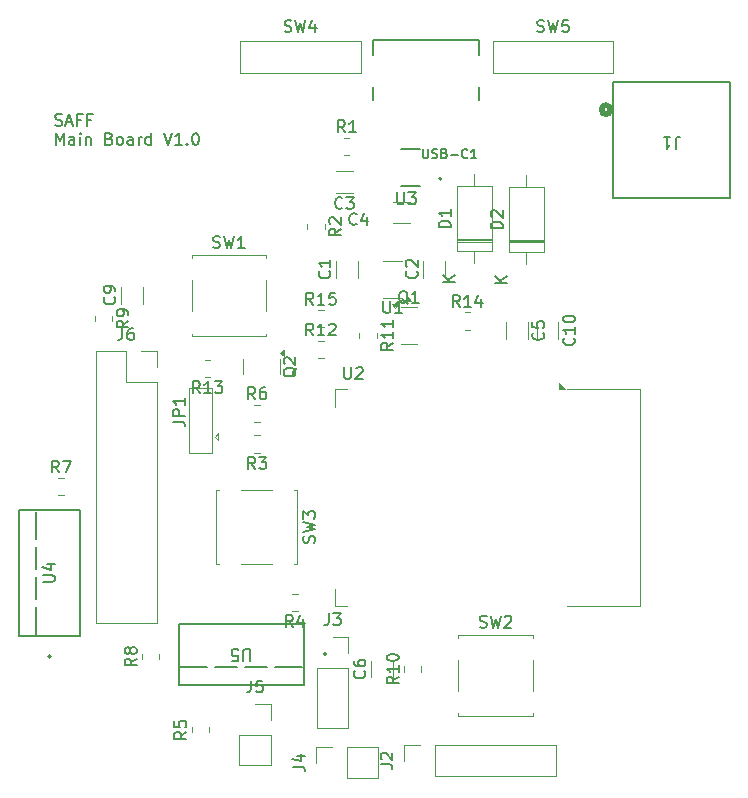
<source format=gbr>
%TF.GenerationSoftware,KiCad,Pcbnew,8.0.8*%
%TF.CreationDate,2025-03-03T07:56:09-06:00*%
%TF.ProjectId,Final Project V1,46696e61-6c20-4507-926f-6a6563742056,rev?*%
%TF.SameCoordinates,Original*%
%TF.FileFunction,Legend,Top*%
%TF.FilePolarity,Positive*%
%FSLAX46Y46*%
G04 Gerber Fmt 4.6, Leading zero omitted, Abs format (unit mm)*
G04 Created by KiCad (PCBNEW 8.0.8) date 2025-03-03 07:56:09*
%MOMM*%
%LPD*%
G01*
G04 APERTURE LIST*
%ADD10C,0.200000*%
%ADD11C,0.150000*%
%ADD12C,0.152400*%
%ADD13C,0.120000*%
%ADD14C,0.127000*%
%ADD15C,0.508000*%
G04 APERTURE END LIST*
D10*
X169122054Y-78409656D02*
X169264911Y-78457275D01*
X169264911Y-78457275D02*
X169503006Y-78457275D01*
X169503006Y-78457275D02*
X169598244Y-78409656D01*
X169598244Y-78409656D02*
X169645863Y-78362036D01*
X169645863Y-78362036D02*
X169693482Y-78266798D01*
X169693482Y-78266798D02*
X169693482Y-78171560D01*
X169693482Y-78171560D02*
X169645863Y-78076322D01*
X169645863Y-78076322D02*
X169598244Y-78028703D01*
X169598244Y-78028703D02*
X169503006Y-77981084D01*
X169503006Y-77981084D02*
X169312530Y-77933465D01*
X169312530Y-77933465D02*
X169217292Y-77885846D01*
X169217292Y-77885846D02*
X169169673Y-77838227D01*
X169169673Y-77838227D02*
X169122054Y-77742989D01*
X169122054Y-77742989D02*
X169122054Y-77647751D01*
X169122054Y-77647751D02*
X169169673Y-77552513D01*
X169169673Y-77552513D02*
X169217292Y-77504894D01*
X169217292Y-77504894D02*
X169312530Y-77457275D01*
X169312530Y-77457275D02*
X169550625Y-77457275D01*
X169550625Y-77457275D02*
X169693482Y-77504894D01*
X170074435Y-78171560D02*
X170550625Y-78171560D01*
X169979197Y-78457275D02*
X170312530Y-77457275D01*
X170312530Y-77457275D02*
X170645863Y-78457275D01*
X171312530Y-77933465D02*
X170979197Y-77933465D01*
X170979197Y-78457275D02*
X170979197Y-77457275D01*
X170979197Y-77457275D02*
X171455387Y-77457275D01*
X172169673Y-77933465D02*
X171836340Y-77933465D01*
X171836340Y-78457275D02*
X171836340Y-77457275D01*
X171836340Y-77457275D02*
X172312530Y-77457275D01*
X169169673Y-80067219D02*
X169169673Y-79067219D01*
X169169673Y-79067219D02*
X169503006Y-79781504D01*
X169503006Y-79781504D02*
X169836339Y-79067219D01*
X169836339Y-79067219D02*
X169836339Y-80067219D01*
X170741101Y-80067219D02*
X170741101Y-79543409D01*
X170741101Y-79543409D02*
X170693482Y-79448171D01*
X170693482Y-79448171D02*
X170598244Y-79400552D01*
X170598244Y-79400552D02*
X170407768Y-79400552D01*
X170407768Y-79400552D02*
X170312530Y-79448171D01*
X170741101Y-80019600D02*
X170645863Y-80067219D01*
X170645863Y-80067219D02*
X170407768Y-80067219D01*
X170407768Y-80067219D02*
X170312530Y-80019600D01*
X170312530Y-80019600D02*
X170264911Y-79924361D01*
X170264911Y-79924361D02*
X170264911Y-79829123D01*
X170264911Y-79829123D02*
X170312530Y-79733885D01*
X170312530Y-79733885D02*
X170407768Y-79686266D01*
X170407768Y-79686266D02*
X170645863Y-79686266D01*
X170645863Y-79686266D02*
X170741101Y-79638647D01*
X171217292Y-80067219D02*
X171217292Y-79400552D01*
X171217292Y-79067219D02*
X171169673Y-79114838D01*
X171169673Y-79114838D02*
X171217292Y-79162457D01*
X171217292Y-79162457D02*
X171264911Y-79114838D01*
X171264911Y-79114838D02*
X171217292Y-79067219D01*
X171217292Y-79067219D02*
X171217292Y-79162457D01*
X171693482Y-79400552D02*
X171693482Y-80067219D01*
X171693482Y-79495790D02*
X171741101Y-79448171D01*
X171741101Y-79448171D02*
X171836339Y-79400552D01*
X171836339Y-79400552D02*
X171979196Y-79400552D01*
X171979196Y-79400552D02*
X172074434Y-79448171D01*
X172074434Y-79448171D02*
X172122053Y-79543409D01*
X172122053Y-79543409D02*
X172122053Y-80067219D01*
X173693482Y-79543409D02*
X173836339Y-79591028D01*
X173836339Y-79591028D02*
X173883958Y-79638647D01*
X173883958Y-79638647D02*
X173931577Y-79733885D01*
X173931577Y-79733885D02*
X173931577Y-79876742D01*
X173931577Y-79876742D02*
X173883958Y-79971980D01*
X173883958Y-79971980D02*
X173836339Y-80019600D01*
X173836339Y-80019600D02*
X173741101Y-80067219D01*
X173741101Y-80067219D02*
X173360149Y-80067219D01*
X173360149Y-80067219D02*
X173360149Y-79067219D01*
X173360149Y-79067219D02*
X173693482Y-79067219D01*
X173693482Y-79067219D02*
X173788720Y-79114838D01*
X173788720Y-79114838D02*
X173836339Y-79162457D01*
X173836339Y-79162457D02*
X173883958Y-79257695D01*
X173883958Y-79257695D02*
X173883958Y-79352933D01*
X173883958Y-79352933D02*
X173836339Y-79448171D01*
X173836339Y-79448171D02*
X173788720Y-79495790D01*
X173788720Y-79495790D02*
X173693482Y-79543409D01*
X173693482Y-79543409D02*
X173360149Y-79543409D01*
X174503006Y-80067219D02*
X174407768Y-80019600D01*
X174407768Y-80019600D02*
X174360149Y-79971980D01*
X174360149Y-79971980D02*
X174312530Y-79876742D01*
X174312530Y-79876742D02*
X174312530Y-79591028D01*
X174312530Y-79591028D02*
X174360149Y-79495790D01*
X174360149Y-79495790D02*
X174407768Y-79448171D01*
X174407768Y-79448171D02*
X174503006Y-79400552D01*
X174503006Y-79400552D02*
X174645863Y-79400552D01*
X174645863Y-79400552D02*
X174741101Y-79448171D01*
X174741101Y-79448171D02*
X174788720Y-79495790D01*
X174788720Y-79495790D02*
X174836339Y-79591028D01*
X174836339Y-79591028D02*
X174836339Y-79876742D01*
X174836339Y-79876742D02*
X174788720Y-79971980D01*
X174788720Y-79971980D02*
X174741101Y-80019600D01*
X174741101Y-80019600D02*
X174645863Y-80067219D01*
X174645863Y-80067219D02*
X174503006Y-80067219D01*
X175693482Y-80067219D02*
X175693482Y-79543409D01*
X175693482Y-79543409D02*
X175645863Y-79448171D01*
X175645863Y-79448171D02*
X175550625Y-79400552D01*
X175550625Y-79400552D02*
X175360149Y-79400552D01*
X175360149Y-79400552D02*
X175264911Y-79448171D01*
X175693482Y-80019600D02*
X175598244Y-80067219D01*
X175598244Y-80067219D02*
X175360149Y-80067219D01*
X175360149Y-80067219D02*
X175264911Y-80019600D01*
X175264911Y-80019600D02*
X175217292Y-79924361D01*
X175217292Y-79924361D02*
X175217292Y-79829123D01*
X175217292Y-79829123D02*
X175264911Y-79733885D01*
X175264911Y-79733885D02*
X175360149Y-79686266D01*
X175360149Y-79686266D02*
X175598244Y-79686266D01*
X175598244Y-79686266D02*
X175693482Y-79638647D01*
X176169673Y-80067219D02*
X176169673Y-79400552D01*
X176169673Y-79591028D02*
X176217292Y-79495790D01*
X176217292Y-79495790D02*
X176264911Y-79448171D01*
X176264911Y-79448171D02*
X176360149Y-79400552D01*
X176360149Y-79400552D02*
X176455387Y-79400552D01*
X177217292Y-80067219D02*
X177217292Y-79067219D01*
X177217292Y-80019600D02*
X177122054Y-80067219D01*
X177122054Y-80067219D02*
X176931578Y-80067219D01*
X176931578Y-80067219D02*
X176836340Y-80019600D01*
X176836340Y-80019600D02*
X176788721Y-79971980D01*
X176788721Y-79971980D02*
X176741102Y-79876742D01*
X176741102Y-79876742D02*
X176741102Y-79591028D01*
X176741102Y-79591028D02*
X176788721Y-79495790D01*
X176788721Y-79495790D02*
X176836340Y-79448171D01*
X176836340Y-79448171D02*
X176931578Y-79400552D01*
X176931578Y-79400552D02*
X177122054Y-79400552D01*
X177122054Y-79400552D02*
X177217292Y-79448171D01*
X178312531Y-79067219D02*
X178645864Y-80067219D01*
X178645864Y-80067219D02*
X178979197Y-79067219D01*
X179836340Y-80067219D02*
X179264912Y-80067219D01*
X179550626Y-80067219D02*
X179550626Y-79067219D01*
X179550626Y-79067219D02*
X179455388Y-79210076D01*
X179455388Y-79210076D02*
X179360150Y-79305314D01*
X179360150Y-79305314D02*
X179264912Y-79352933D01*
X180264912Y-79971980D02*
X180312531Y-80019600D01*
X180312531Y-80019600D02*
X180264912Y-80067219D01*
X180264912Y-80067219D02*
X180217293Y-80019600D01*
X180217293Y-80019600D02*
X180264912Y-79971980D01*
X180264912Y-79971980D02*
X180264912Y-80067219D01*
X180931578Y-79067219D02*
X181026816Y-79067219D01*
X181026816Y-79067219D02*
X181122054Y-79114838D01*
X181122054Y-79114838D02*
X181169673Y-79162457D01*
X181169673Y-79162457D02*
X181217292Y-79257695D01*
X181217292Y-79257695D02*
X181264911Y-79448171D01*
X181264911Y-79448171D02*
X181264911Y-79686266D01*
X181264911Y-79686266D02*
X181217292Y-79876742D01*
X181217292Y-79876742D02*
X181169673Y-79971980D01*
X181169673Y-79971980D02*
X181122054Y-80019600D01*
X181122054Y-80019600D02*
X181026816Y-80067219D01*
X181026816Y-80067219D02*
X180931578Y-80067219D01*
X180931578Y-80067219D02*
X180836340Y-80019600D01*
X180836340Y-80019600D02*
X180788721Y-79971980D01*
X180788721Y-79971980D02*
X180741102Y-79876742D01*
X180741102Y-79876742D02*
X180693483Y-79686266D01*
X180693483Y-79686266D02*
X180693483Y-79448171D01*
X180693483Y-79448171D02*
X180741102Y-79257695D01*
X180741102Y-79257695D02*
X180788721Y-79162457D01*
X180788721Y-79162457D02*
X180836340Y-79114838D01*
X180836340Y-79114838D02*
X180931578Y-79067219D01*
D11*
X185621904Y-123745180D02*
X185621904Y-122935657D01*
X185621904Y-122935657D02*
X185574285Y-122840419D01*
X185574285Y-122840419D02*
X185526666Y-122792800D01*
X185526666Y-122792800D02*
X185431428Y-122745180D01*
X185431428Y-122745180D02*
X185240952Y-122745180D01*
X185240952Y-122745180D02*
X185145714Y-122792800D01*
X185145714Y-122792800D02*
X185098095Y-122840419D01*
X185098095Y-122840419D02*
X185050476Y-122935657D01*
X185050476Y-122935657D02*
X185050476Y-123745180D01*
X184098095Y-123745180D02*
X184574285Y-123745180D01*
X184574285Y-123745180D02*
X184621904Y-123268990D01*
X184621904Y-123268990D02*
X184574285Y-123316609D01*
X184574285Y-123316609D02*
X184479047Y-123364228D01*
X184479047Y-123364228D02*
X184240952Y-123364228D01*
X184240952Y-123364228D02*
X184145714Y-123316609D01*
X184145714Y-123316609D02*
X184098095Y-123268990D01*
X184098095Y-123268990D02*
X184050476Y-123173752D01*
X184050476Y-123173752D02*
X184050476Y-122935657D01*
X184050476Y-122935657D02*
X184098095Y-122840419D01*
X184098095Y-122840419D02*
X184145714Y-122792800D01*
X184145714Y-122792800D02*
X184240952Y-122745180D01*
X184240952Y-122745180D02*
X184479047Y-122745180D01*
X184479047Y-122745180D02*
X184574285Y-122792800D01*
X184574285Y-122792800D02*
X184621904Y-122840419D01*
X168054819Y-117072904D02*
X168864342Y-117072904D01*
X168864342Y-117072904D02*
X168959580Y-117025285D01*
X168959580Y-117025285D02*
X169007200Y-116977666D01*
X169007200Y-116977666D02*
X169054819Y-116882428D01*
X169054819Y-116882428D02*
X169054819Y-116691952D01*
X169054819Y-116691952D02*
X169007200Y-116596714D01*
X169007200Y-116596714D02*
X168959580Y-116549095D01*
X168959580Y-116549095D02*
X168864342Y-116501476D01*
X168864342Y-116501476D02*
X168054819Y-116501476D01*
X168388152Y-115596714D02*
X169054819Y-115596714D01*
X168007200Y-115834809D02*
X168721485Y-116072904D01*
X168721485Y-116072904D02*
X168721485Y-115453857D01*
X206984819Y-87138094D02*
X205984819Y-87138094D01*
X205984819Y-87138094D02*
X205984819Y-86899999D01*
X205984819Y-86899999D02*
X206032438Y-86757142D01*
X206032438Y-86757142D02*
X206127676Y-86661904D01*
X206127676Y-86661904D02*
X206222914Y-86614285D01*
X206222914Y-86614285D02*
X206413390Y-86566666D01*
X206413390Y-86566666D02*
X206556247Y-86566666D01*
X206556247Y-86566666D02*
X206746723Y-86614285D01*
X206746723Y-86614285D02*
X206841961Y-86661904D01*
X206841961Y-86661904D02*
X206937200Y-86757142D01*
X206937200Y-86757142D02*
X206984819Y-86899999D01*
X206984819Y-86899999D02*
X206984819Y-87138094D01*
X206080057Y-86185713D02*
X206032438Y-86138094D01*
X206032438Y-86138094D02*
X205984819Y-86042856D01*
X205984819Y-86042856D02*
X205984819Y-85804761D01*
X205984819Y-85804761D02*
X206032438Y-85709523D01*
X206032438Y-85709523D02*
X206080057Y-85661904D01*
X206080057Y-85661904D02*
X206175295Y-85614285D01*
X206175295Y-85614285D02*
X206270533Y-85614285D01*
X206270533Y-85614285D02*
X206413390Y-85661904D01*
X206413390Y-85661904D02*
X206984819Y-86233332D01*
X206984819Y-86233332D02*
X206984819Y-85614285D01*
X207354819Y-91741904D02*
X206354819Y-91741904D01*
X207354819Y-91170476D02*
X206783390Y-91599047D01*
X206354819Y-91170476D02*
X206926247Y-91741904D01*
X186033333Y-107504819D02*
X185700000Y-107028628D01*
X185461905Y-107504819D02*
X185461905Y-106504819D01*
X185461905Y-106504819D02*
X185842857Y-106504819D01*
X185842857Y-106504819D02*
X185938095Y-106552438D01*
X185938095Y-106552438D02*
X185985714Y-106600057D01*
X185985714Y-106600057D02*
X186033333Y-106695295D01*
X186033333Y-106695295D02*
X186033333Y-106838152D01*
X186033333Y-106838152D02*
X185985714Y-106933390D01*
X185985714Y-106933390D02*
X185938095Y-106981009D01*
X185938095Y-106981009D02*
X185842857Y-107028628D01*
X185842857Y-107028628D02*
X185461905Y-107028628D01*
X186366667Y-106504819D02*
X186985714Y-106504819D01*
X186985714Y-106504819D02*
X186652381Y-106885771D01*
X186652381Y-106885771D02*
X186795238Y-106885771D01*
X186795238Y-106885771D02*
X186890476Y-106933390D01*
X186890476Y-106933390D02*
X186938095Y-106981009D01*
X186938095Y-106981009D02*
X186985714Y-107076247D01*
X186985714Y-107076247D02*
X186985714Y-107314342D01*
X186985714Y-107314342D02*
X186938095Y-107409580D01*
X186938095Y-107409580D02*
X186890476Y-107457200D01*
X186890476Y-107457200D02*
X186795238Y-107504819D01*
X186795238Y-107504819D02*
X186509524Y-107504819D01*
X186509524Y-107504819D02*
X186414286Y-107457200D01*
X186414286Y-107457200D02*
X186366667Y-107409580D01*
X189550057Y-98957738D02*
X189502438Y-99052976D01*
X189502438Y-99052976D02*
X189407200Y-99148214D01*
X189407200Y-99148214D02*
X189264342Y-99291071D01*
X189264342Y-99291071D02*
X189216723Y-99386309D01*
X189216723Y-99386309D02*
X189216723Y-99481547D01*
X189454819Y-99433928D02*
X189407200Y-99529166D01*
X189407200Y-99529166D02*
X189311961Y-99624404D01*
X189311961Y-99624404D02*
X189121485Y-99672023D01*
X189121485Y-99672023D02*
X188788152Y-99672023D01*
X188788152Y-99672023D02*
X188597676Y-99624404D01*
X188597676Y-99624404D02*
X188502438Y-99529166D01*
X188502438Y-99529166D02*
X188454819Y-99433928D01*
X188454819Y-99433928D02*
X188454819Y-99243452D01*
X188454819Y-99243452D02*
X188502438Y-99148214D01*
X188502438Y-99148214D02*
X188597676Y-99052976D01*
X188597676Y-99052976D02*
X188788152Y-99005357D01*
X188788152Y-99005357D02*
X189121485Y-99005357D01*
X189121485Y-99005357D02*
X189311961Y-99052976D01*
X189311961Y-99052976D02*
X189407200Y-99148214D01*
X189407200Y-99148214D02*
X189454819Y-99243452D01*
X189454819Y-99243452D02*
X189454819Y-99433928D01*
X188550057Y-98624404D02*
X188502438Y-98576785D01*
X188502438Y-98576785D02*
X188454819Y-98481547D01*
X188454819Y-98481547D02*
X188454819Y-98243452D01*
X188454819Y-98243452D02*
X188502438Y-98148214D01*
X188502438Y-98148214D02*
X188550057Y-98100595D01*
X188550057Y-98100595D02*
X188645295Y-98052976D01*
X188645295Y-98052976D02*
X188740533Y-98052976D01*
X188740533Y-98052976D02*
X188883390Y-98100595D01*
X188883390Y-98100595D02*
X189454819Y-98672023D01*
X189454819Y-98672023D02*
X189454819Y-98052976D01*
X209926667Y-70467200D02*
X210069524Y-70514819D01*
X210069524Y-70514819D02*
X210307619Y-70514819D01*
X210307619Y-70514819D02*
X210402857Y-70467200D01*
X210402857Y-70467200D02*
X210450476Y-70419580D01*
X210450476Y-70419580D02*
X210498095Y-70324342D01*
X210498095Y-70324342D02*
X210498095Y-70229104D01*
X210498095Y-70229104D02*
X210450476Y-70133866D01*
X210450476Y-70133866D02*
X210402857Y-70086247D01*
X210402857Y-70086247D02*
X210307619Y-70038628D01*
X210307619Y-70038628D02*
X210117143Y-69991009D01*
X210117143Y-69991009D02*
X210021905Y-69943390D01*
X210021905Y-69943390D02*
X209974286Y-69895771D01*
X209974286Y-69895771D02*
X209926667Y-69800533D01*
X209926667Y-69800533D02*
X209926667Y-69705295D01*
X209926667Y-69705295D02*
X209974286Y-69610057D01*
X209974286Y-69610057D02*
X210021905Y-69562438D01*
X210021905Y-69562438D02*
X210117143Y-69514819D01*
X210117143Y-69514819D02*
X210355238Y-69514819D01*
X210355238Y-69514819D02*
X210498095Y-69562438D01*
X210831429Y-69514819D02*
X211069524Y-70514819D01*
X211069524Y-70514819D02*
X211260000Y-69800533D01*
X211260000Y-69800533D02*
X211450476Y-70514819D01*
X211450476Y-70514819D02*
X211688572Y-69514819D01*
X212545714Y-69514819D02*
X212069524Y-69514819D01*
X212069524Y-69514819D02*
X212021905Y-69991009D01*
X212021905Y-69991009D02*
X212069524Y-69943390D01*
X212069524Y-69943390D02*
X212164762Y-69895771D01*
X212164762Y-69895771D02*
X212402857Y-69895771D01*
X212402857Y-69895771D02*
X212498095Y-69943390D01*
X212498095Y-69943390D02*
X212545714Y-69991009D01*
X212545714Y-69991009D02*
X212593333Y-70086247D01*
X212593333Y-70086247D02*
X212593333Y-70324342D01*
X212593333Y-70324342D02*
X212545714Y-70419580D01*
X212545714Y-70419580D02*
X212498095Y-70467200D01*
X212498095Y-70467200D02*
X212402857Y-70514819D01*
X212402857Y-70514819D02*
X212164762Y-70514819D01*
X212164762Y-70514819D02*
X212069524Y-70467200D01*
X212069524Y-70467200D02*
X212021905Y-70419580D01*
X198063095Y-84089819D02*
X198063095Y-84899342D01*
X198063095Y-84899342D02*
X198110714Y-84994580D01*
X198110714Y-84994580D02*
X198158333Y-85042200D01*
X198158333Y-85042200D02*
X198253571Y-85089819D01*
X198253571Y-85089819D02*
X198444047Y-85089819D01*
X198444047Y-85089819D02*
X198539285Y-85042200D01*
X198539285Y-85042200D02*
X198586904Y-84994580D01*
X198586904Y-84994580D02*
X198634523Y-84899342D01*
X198634523Y-84899342D02*
X198634523Y-84089819D01*
X199015476Y-84089819D02*
X199634523Y-84089819D01*
X199634523Y-84089819D02*
X199301190Y-84470771D01*
X199301190Y-84470771D02*
X199444047Y-84470771D01*
X199444047Y-84470771D02*
X199539285Y-84518390D01*
X199539285Y-84518390D02*
X199586904Y-84566009D01*
X199586904Y-84566009D02*
X199634523Y-84661247D01*
X199634523Y-84661247D02*
X199634523Y-84899342D01*
X199634523Y-84899342D02*
X199586904Y-84994580D01*
X199586904Y-84994580D02*
X199539285Y-85042200D01*
X199539285Y-85042200D02*
X199444047Y-85089819D01*
X199444047Y-85089819D02*
X199158333Y-85089819D01*
X199158333Y-85089819D02*
X199063095Y-85042200D01*
X199063095Y-85042200D02*
X199015476Y-84994580D01*
X190957142Y-96204819D02*
X190623809Y-95728628D01*
X190385714Y-96204819D02*
X190385714Y-95204819D01*
X190385714Y-95204819D02*
X190766666Y-95204819D01*
X190766666Y-95204819D02*
X190861904Y-95252438D01*
X190861904Y-95252438D02*
X190909523Y-95300057D01*
X190909523Y-95300057D02*
X190957142Y-95395295D01*
X190957142Y-95395295D02*
X190957142Y-95538152D01*
X190957142Y-95538152D02*
X190909523Y-95633390D01*
X190909523Y-95633390D02*
X190861904Y-95681009D01*
X190861904Y-95681009D02*
X190766666Y-95728628D01*
X190766666Y-95728628D02*
X190385714Y-95728628D01*
X191909523Y-96204819D02*
X191338095Y-96204819D01*
X191623809Y-96204819D02*
X191623809Y-95204819D01*
X191623809Y-95204819D02*
X191528571Y-95347676D01*
X191528571Y-95347676D02*
X191433333Y-95442914D01*
X191433333Y-95442914D02*
X191338095Y-95490533D01*
X192290476Y-95300057D02*
X192338095Y-95252438D01*
X192338095Y-95252438D02*
X192433333Y-95204819D01*
X192433333Y-95204819D02*
X192671428Y-95204819D01*
X192671428Y-95204819D02*
X192766666Y-95252438D01*
X192766666Y-95252438D02*
X192814285Y-95300057D01*
X192814285Y-95300057D02*
X192861904Y-95395295D01*
X192861904Y-95395295D02*
X192861904Y-95490533D01*
X192861904Y-95490533D02*
X192814285Y-95633390D01*
X192814285Y-95633390D02*
X192242857Y-96204819D01*
X192242857Y-96204819D02*
X192861904Y-96204819D01*
X191057200Y-113758332D02*
X191104819Y-113615475D01*
X191104819Y-113615475D02*
X191104819Y-113377380D01*
X191104819Y-113377380D02*
X191057200Y-113282142D01*
X191057200Y-113282142D02*
X191009580Y-113234523D01*
X191009580Y-113234523D02*
X190914342Y-113186904D01*
X190914342Y-113186904D02*
X190819104Y-113186904D01*
X190819104Y-113186904D02*
X190723866Y-113234523D01*
X190723866Y-113234523D02*
X190676247Y-113282142D01*
X190676247Y-113282142D02*
X190628628Y-113377380D01*
X190628628Y-113377380D02*
X190581009Y-113567856D01*
X190581009Y-113567856D02*
X190533390Y-113663094D01*
X190533390Y-113663094D02*
X190485771Y-113710713D01*
X190485771Y-113710713D02*
X190390533Y-113758332D01*
X190390533Y-113758332D02*
X190295295Y-113758332D01*
X190295295Y-113758332D02*
X190200057Y-113710713D01*
X190200057Y-113710713D02*
X190152438Y-113663094D01*
X190152438Y-113663094D02*
X190104819Y-113567856D01*
X190104819Y-113567856D02*
X190104819Y-113329761D01*
X190104819Y-113329761D02*
X190152438Y-113186904D01*
X190104819Y-112853570D02*
X191104819Y-112615475D01*
X191104819Y-112615475D02*
X190390533Y-112424999D01*
X190390533Y-112424999D02*
X191104819Y-112234523D01*
X191104819Y-112234523D02*
X190104819Y-111996428D01*
X190104819Y-111710713D02*
X190104819Y-111091666D01*
X190104819Y-111091666D02*
X190485771Y-111424999D01*
X190485771Y-111424999D02*
X190485771Y-111282142D01*
X190485771Y-111282142D02*
X190533390Y-111186904D01*
X190533390Y-111186904D02*
X190581009Y-111139285D01*
X190581009Y-111139285D02*
X190676247Y-111091666D01*
X190676247Y-111091666D02*
X190914342Y-111091666D01*
X190914342Y-111091666D02*
X191009580Y-111139285D01*
X191009580Y-111139285D02*
X191057200Y-111186904D01*
X191057200Y-111186904D02*
X191104819Y-111282142D01*
X191104819Y-111282142D02*
X191104819Y-111567856D01*
X191104819Y-111567856D02*
X191057200Y-111663094D01*
X191057200Y-111663094D02*
X191009580Y-111710713D01*
X193578095Y-98904819D02*
X193578095Y-99714342D01*
X193578095Y-99714342D02*
X193625714Y-99809580D01*
X193625714Y-99809580D02*
X193673333Y-99857200D01*
X193673333Y-99857200D02*
X193768571Y-99904819D01*
X193768571Y-99904819D02*
X193959047Y-99904819D01*
X193959047Y-99904819D02*
X194054285Y-99857200D01*
X194054285Y-99857200D02*
X194101904Y-99809580D01*
X194101904Y-99809580D02*
X194149523Y-99714342D01*
X194149523Y-99714342D02*
X194149523Y-98904819D01*
X194578095Y-99000057D02*
X194625714Y-98952438D01*
X194625714Y-98952438D02*
X194720952Y-98904819D01*
X194720952Y-98904819D02*
X194959047Y-98904819D01*
X194959047Y-98904819D02*
X195054285Y-98952438D01*
X195054285Y-98952438D02*
X195101904Y-99000057D01*
X195101904Y-99000057D02*
X195149523Y-99095295D01*
X195149523Y-99095295D02*
X195149523Y-99190533D01*
X195149523Y-99190533D02*
X195101904Y-99333390D01*
X195101904Y-99333390D02*
X194530476Y-99904819D01*
X194530476Y-99904819D02*
X195149523Y-99904819D01*
X179079819Y-103508333D02*
X179794104Y-103508333D01*
X179794104Y-103508333D02*
X179936961Y-103555952D01*
X179936961Y-103555952D02*
X180032200Y-103651190D01*
X180032200Y-103651190D02*
X180079819Y-103794047D01*
X180079819Y-103794047D02*
X180079819Y-103889285D01*
X180079819Y-103032142D02*
X179079819Y-103032142D01*
X179079819Y-103032142D02*
X179079819Y-102651190D01*
X179079819Y-102651190D02*
X179127438Y-102555952D01*
X179127438Y-102555952D02*
X179175057Y-102508333D01*
X179175057Y-102508333D02*
X179270295Y-102460714D01*
X179270295Y-102460714D02*
X179413152Y-102460714D01*
X179413152Y-102460714D02*
X179508390Y-102508333D01*
X179508390Y-102508333D02*
X179556009Y-102555952D01*
X179556009Y-102555952D02*
X179603628Y-102651190D01*
X179603628Y-102651190D02*
X179603628Y-103032142D01*
X180079819Y-101508333D02*
X180079819Y-102079761D01*
X180079819Y-101794047D02*
X179079819Y-101794047D01*
X179079819Y-101794047D02*
X179222676Y-101889285D01*
X179222676Y-101889285D02*
X179317914Y-101984523D01*
X179317914Y-101984523D02*
X179365533Y-102079761D01*
X175304819Y-94966666D02*
X174828628Y-95299999D01*
X175304819Y-95538094D02*
X174304819Y-95538094D01*
X174304819Y-95538094D02*
X174304819Y-95157142D01*
X174304819Y-95157142D02*
X174352438Y-95061904D01*
X174352438Y-95061904D02*
X174400057Y-95014285D01*
X174400057Y-95014285D02*
X174495295Y-94966666D01*
X174495295Y-94966666D02*
X174638152Y-94966666D01*
X174638152Y-94966666D02*
X174733390Y-95014285D01*
X174733390Y-95014285D02*
X174781009Y-95061904D01*
X174781009Y-95061904D02*
X174828628Y-95157142D01*
X174828628Y-95157142D02*
X174828628Y-95538094D01*
X175304819Y-94490475D02*
X175304819Y-94299999D01*
X175304819Y-94299999D02*
X175257200Y-94204761D01*
X175257200Y-94204761D02*
X175209580Y-94157142D01*
X175209580Y-94157142D02*
X175066723Y-94061904D01*
X175066723Y-94061904D02*
X174876247Y-94014285D01*
X174876247Y-94014285D02*
X174495295Y-94014285D01*
X174495295Y-94014285D02*
X174400057Y-94061904D01*
X174400057Y-94061904D02*
X174352438Y-94109523D01*
X174352438Y-94109523D02*
X174304819Y-94204761D01*
X174304819Y-94204761D02*
X174304819Y-94395237D01*
X174304819Y-94395237D02*
X174352438Y-94490475D01*
X174352438Y-94490475D02*
X174400057Y-94538094D01*
X174400057Y-94538094D02*
X174495295Y-94585713D01*
X174495295Y-94585713D02*
X174733390Y-94585713D01*
X174733390Y-94585713D02*
X174828628Y-94538094D01*
X174828628Y-94538094D02*
X174876247Y-94490475D01*
X174876247Y-94490475D02*
X174923866Y-94395237D01*
X174923866Y-94395237D02*
X174923866Y-94204761D01*
X174923866Y-94204761D02*
X174876247Y-94109523D01*
X174876247Y-94109523D02*
X174828628Y-94061904D01*
X174828628Y-94061904D02*
X174733390Y-94014285D01*
X174796666Y-95584819D02*
X174796666Y-96299104D01*
X174796666Y-96299104D02*
X174749047Y-96441961D01*
X174749047Y-96441961D02*
X174653809Y-96537200D01*
X174653809Y-96537200D02*
X174510952Y-96584819D01*
X174510952Y-96584819D02*
X174415714Y-96584819D01*
X175701428Y-95584819D02*
X175510952Y-95584819D01*
X175510952Y-95584819D02*
X175415714Y-95632438D01*
X175415714Y-95632438D02*
X175368095Y-95680057D01*
X175368095Y-95680057D02*
X175272857Y-95822914D01*
X175272857Y-95822914D02*
X175225238Y-96013390D01*
X175225238Y-96013390D02*
X175225238Y-96394342D01*
X175225238Y-96394342D02*
X175272857Y-96489580D01*
X175272857Y-96489580D02*
X175320476Y-96537200D01*
X175320476Y-96537200D02*
X175415714Y-96584819D01*
X175415714Y-96584819D02*
X175606190Y-96584819D01*
X175606190Y-96584819D02*
X175701428Y-96537200D01*
X175701428Y-96537200D02*
X175749047Y-96489580D01*
X175749047Y-96489580D02*
X175796666Y-96394342D01*
X175796666Y-96394342D02*
X175796666Y-96156247D01*
X175796666Y-96156247D02*
X175749047Y-96061009D01*
X175749047Y-96061009D02*
X175701428Y-96013390D01*
X175701428Y-96013390D02*
X175606190Y-95965771D01*
X175606190Y-95965771D02*
X175415714Y-95965771D01*
X175415714Y-95965771D02*
X175320476Y-96013390D01*
X175320476Y-96013390D02*
X175272857Y-96061009D01*
X175272857Y-96061009D02*
X175225238Y-96156247D01*
X192309580Y-90766666D02*
X192357200Y-90814285D01*
X192357200Y-90814285D02*
X192404819Y-90957142D01*
X192404819Y-90957142D02*
X192404819Y-91052380D01*
X192404819Y-91052380D02*
X192357200Y-91195237D01*
X192357200Y-91195237D02*
X192261961Y-91290475D01*
X192261961Y-91290475D02*
X192166723Y-91338094D01*
X192166723Y-91338094D02*
X191976247Y-91385713D01*
X191976247Y-91385713D02*
X191833390Y-91385713D01*
X191833390Y-91385713D02*
X191642914Y-91338094D01*
X191642914Y-91338094D02*
X191547676Y-91290475D01*
X191547676Y-91290475D02*
X191452438Y-91195237D01*
X191452438Y-91195237D02*
X191404819Y-91052380D01*
X191404819Y-91052380D02*
X191404819Y-90957142D01*
X191404819Y-90957142D02*
X191452438Y-90814285D01*
X191452438Y-90814285D02*
X191500057Y-90766666D01*
X192404819Y-89814285D02*
X192404819Y-90385713D01*
X192404819Y-90099999D02*
X191404819Y-90099999D01*
X191404819Y-90099999D02*
X191547676Y-90195237D01*
X191547676Y-90195237D02*
X191642914Y-90290475D01*
X191642914Y-90290475D02*
X191690533Y-90385713D01*
X192266666Y-119744819D02*
X192266666Y-120459104D01*
X192266666Y-120459104D02*
X192219047Y-120601961D01*
X192219047Y-120601961D02*
X192123809Y-120697200D01*
X192123809Y-120697200D02*
X191980952Y-120744819D01*
X191980952Y-120744819D02*
X191885714Y-120744819D01*
X192647619Y-119744819D02*
X193266666Y-119744819D01*
X193266666Y-119744819D02*
X192933333Y-120125771D01*
X192933333Y-120125771D02*
X193076190Y-120125771D01*
X193076190Y-120125771D02*
X193171428Y-120173390D01*
X193171428Y-120173390D02*
X193219047Y-120221009D01*
X193219047Y-120221009D02*
X193266666Y-120316247D01*
X193266666Y-120316247D02*
X193266666Y-120554342D01*
X193266666Y-120554342D02*
X193219047Y-120649580D01*
X193219047Y-120649580D02*
X193171428Y-120697200D01*
X193171428Y-120697200D02*
X193076190Y-120744819D01*
X193076190Y-120744819D02*
X192790476Y-120744819D01*
X192790476Y-120744819D02*
X192695238Y-120697200D01*
X192695238Y-120697200D02*
X192647619Y-120649580D01*
X195284580Y-124616666D02*
X195332200Y-124664285D01*
X195332200Y-124664285D02*
X195379819Y-124807142D01*
X195379819Y-124807142D02*
X195379819Y-124902380D01*
X195379819Y-124902380D02*
X195332200Y-125045237D01*
X195332200Y-125045237D02*
X195236961Y-125140475D01*
X195236961Y-125140475D02*
X195141723Y-125188094D01*
X195141723Y-125188094D02*
X194951247Y-125235713D01*
X194951247Y-125235713D02*
X194808390Y-125235713D01*
X194808390Y-125235713D02*
X194617914Y-125188094D01*
X194617914Y-125188094D02*
X194522676Y-125140475D01*
X194522676Y-125140475D02*
X194427438Y-125045237D01*
X194427438Y-125045237D02*
X194379819Y-124902380D01*
X194379819Y-124902380D02*
X194379819Y-124807142D01*
X194379819Y-124807142D02*
X194427438Y-124664285D01*
X194427438Y-124664285D02*
X194475057Y-124616666D01*
X194379819Y-123759523D02*
X194379819Y-123949999D01*
X194379819Y-123949999D02*
X194427438Y-124045237D01*
X194427438Y-124045237D02*
X194475057Y-124092856D01*
X194475057Y-124092856D02*
X194617914Y-124188094D01*
X194617914Y-124188094D02*
X194808390Y-124235713D01*
X194808390Y-124235713D02*
X195189342Y-124235713D01*
X195189342Y-124235713D02*
X195284580Y-124188094D01*
X195284580Y-124188094D02*
X195332200Y-124140475D01*
X195332200Y-124140475D02*
X195379819Y-124045237D01*
X195379819Y-124045237D02*
X195379819Y-123854761D01*
X195379819Y-123854761D02*
X195332200Y-123759523D01*
X195332200Y-123759523D02*
X195284580Y-123711904D01*
X195284580Y-123711904D02*
X195189342Y-123664285D01*
X195189342Y-123664285D02*
X194951247Y-123664285D01*
X194951247Y-123664285D02*
X194856009Y-123711904D01*
X194856009Y-123711904D02*
X194808390Y-123759523D01*
X194808390Y-123759523D02*
X194760771Y-123854761D01*
X194760771Y-123854761D02*
X194760771Y-124045237D01*
X194760771Y-124045237D02*
X194808390Y-124140475D01*
X194808390Y-124140475D02*
X194856009Y-124188094D01*
X194856009Y-124188094D02*
X194951247Y-124235713D01*
X198179819Y-125092857D02*
X197703628Y-125426190D01*
X198179819Y-125664285D02*
X197179819Y-125664285D01*
X197179819Y-125664285D02*
X197179819Y-125283333D01*
X197179819Y-125283333D02*
X197227438Y-125188095D01*
X197227438Y-125188095D02*
X197275057Y-125140476D01*
X197275057Y-125140476D02*
X197370295Y-125092857D01*
X197370295Y-125092857D02*
X197513152Y-125092857D01*
X197513152Y-125092857D02*
X197608390Y-125140476D01*
X197608390Y-125140476D02*
X197656009Y-125188095D01*
X197656009Y-125188095D02*
X197703628Y-125283333D01*
X197703628Y-125283333D02*
X197703628Y-125664285D01*
X198179819Y-124140476D02*
X198179819Y-124711904D01*
X198179819Y-124426190D02*
X197179819Y-124426190D01*
X197179819Y-124426190D02*
X197322676Y-124521428D01*
X197322676Y-124521428D02*
X197417914Y-124616666D01*
X197417914Y-124616666D02*
X197465533Y-124711904D01*
X197179819Y-123521428D02*
X197179819Y-123426190D01*
X197179819Y-123426190D02*
X197227438Y-123330952D01*
X197227438Y-123330952D02*
X197275057Y-123283333D01*
X197275057Y-123283333D02*
X197370295Y-123235714D01*
X197370295Y-123235714D02*
X197560771Y-123188095D01*
X197560771Y-123188095D02*
X197798866Y-123188095D01*
X197798866Y-123188095D02*
X197989342Y-123235714D01*
X197989342Y-123235714D02*
X198084580Y-123283333D01*
X198084580Y-123283333D02*
X198132200Y-123330952D01*
X198132200Y-123330952D02*
X198179819Y-123426190D01*
X198179819Y-123426190D02*
X198179819Y-123521428D01*
X198179819Y-123521428D02*
X198132200Y-123616666D01*
X198132200Y-123616666D02*
X198084580Y-123664285D01*
X198084580Y-123664285D02*
X197989342Y-123711904D01*
X197989342Y-123711904D02*
X197798866Y-123759523D01*
X197798866Y-123759523D02*
X197560771Y-123759523D01*
X197560771Y-123759523D02*
X197370295Y-123711904D01*
X197370295Y-123711904D02*
X197275057Y-123664285D01*
X197275057Y-123664285D02*
X197227438Y-123616666D01*
X197227438Y-123616666D02*
X197179819Y-123521428D01*
X200230279Y-80419065D02*
X200230279Y-81056486D01*
X200230279Y-81056486D02*
X200267775Y-81131476D01*
X200267775Y-81131476D02*
X200305270Y-81168972D01*
X200305270Y-81168972D02*
X200380261Y-81206467D01*
X200380261Y-81206467D02*
X200530242Y-81206467D01*
X200530242Y-81206467D02*
X200605233Y-81168972D01*
X200605233Y-81168972D02*
X200642728Y-81131476D01*
X200642728Y-81131476D02*
X200680223Y-81056486D01*
X200680223Y-81056486D02*
X200680223Y-80419065D01*
X201017681Y-81168972D02*
X201130167Y-81206467D01*
X201130167Y-81206467D02*
X201317644Y-81206467D01*
X201317644Y-81206467D02*
X201392634Y-81168972D01*
X201392634Y-81168972D02*
X201430130Y-81131476D01*
X201430130Y-81131476D02*
X201467625Y-81056486D01*
X201467625Y-81056486D02*
X201467625Y-80981495D01*
X201467625Y-80981495D02*
X201430130Y-80906504D01*
X201430130Y-80906504D02*
X201392634Y-80869009D01*
X201392634Y-80869009D02*
X201317644Y-80831514D01*
X201317644Y-80831514D02*
X201167662Y-80794018D01*
X201167662Y-80794018D02*
X201092672Y-80756523D01*
X201092672Y-80756523D02*
X201055176Y-80719028D01*
X201055176Y-80719028D02*
X201017681Y-80644037D01*
X201017681Y-80644037D02*
X201017681Y-80569046D01*
X201017681Y-80569046D02*
X201055176Y-80494056D01*
X201055176Y-80494056D02*
X201092672Y-80456560D01*
X201092672Y-80456560D02*
X201167662Y-80419065D01*
X201167662Y-80419065D02*
X201355139Y-80419065D01*
X201355139Y-80419065D02*
X201467625Y-80456560D01*
X202067551Y-80794018D02*
X202180037Y-80831514D01*
X202180037Y-80831514D02*
X202217532Y-80869009D01*
X202217532Y-80869009D02*
X202255027Y-80944000D01*
X202255027Y-80944000D02*
X202255027Y-81056486D01*
X202255027Y-81056486D02*
X202217532Y-81131476D01*
X202217532Y-81131476D02*
X202180037Y-81168972D01*
X202180037Y-81168972D02*
X202105046Y-81206467D01*
X202105046Y-81206467D02*
X201805083Y-81206467D01*
X201805083Y-81206467D02*
X201805083Y-80419065D01*
X201805083Y-80419065D02*
X202067551Y-80419065D01*
X202067551Y-80419065D02*
X202142541Y-80456560D01*
X202142541Y-80456560D02*
X202180037Y-80494056D01*
X202180037Y-80494056D02*
X202217532Y-80569046D01*
X202217532Y-80569046D02*
X202217532Y-80644037D01*
X202217532Y-80644037D02*
X202180037Y-80719028D01*
X202180037Y-80719028D02*
X202142541Y-80756523D01*
X202142541Y-80756523D02*
X202067551Y-80794018D01*
X202067551Y-80794018D02*
X201805083Y-80794018D01*
X202592485Y-80906504D02*
X203192411Y-80906504D01*
X204017308Y-81131476D02*
X203979813Y-81168972D01*
X203979813Y-81168972D02*
X203867327Y-81206467D01*
X203867327Y-81206467D02*
X203792336Y-81206467D01*
X203792336Y-81206467D02*
X203679850Y-81168972D01*
X203679850Y-81168972D02*
X203604860Y-81093981D01*
X203604860Y-81093981D02*
X203567364Y-81018990D01*
X203567364Y-81018990D02*
X203529869Y-80869009D01*
X203529869Y-80869009D02*
X203529869Y-80756523D01*
X203529869Y-80756523D02*
X203567364Y-80606542D01*
X203567364Y-80606542D02*
X203604860Y-80531551D01*
X203604860Y-80531551D02*
X203679850Y-80456560D01*
X203679850Y-80456560D02*
X203792336Y-80419065D01*
X203792336Y-80419065D02*
X203867327Y-80419065D01*
X203867327Y-80419065D02*
X203979813Y-80456560D01*
X203979813Y-80456560D02*
X204017308Y-80494056D01*
X204767215Y-81206467D02*
X204317271Y-81206467D01*
X204542243Y-81206467D02*
X204542243Y-80419065D01*
X204542243Y-80419065D02*
X204467252Y-80531551D01*
X204467252Y-80531551D02*
X204392262Y-80606542D01*
X204392262Y-80606542D02*
X204317271Y-80644037D01*
X182491667Y-88757200D02*
X182634524Y-88804819D01*
X182634524Y-88804819D02*
X182872619Y-88804819D01*
X182872619Y-88804819D02*
X182967857Y-88757200D01*
X182967857Y-88757200D02*
X183015476Y-88709580D01*
X183015476Y-88709580D02*
X183063095Y-88614342D01*
X183063095Y-88614342D02*
X183063095Y-88519104D01*
X183063095Y-88519104D02*
X183015476Y-88423866D01*
X183015476Y-88423866D02*
X182967857Y-88376247D01*
X182967857Y-88376247D02*
X182872619Y-88328628D01*
X182872619Y-88328628D02*
X182682143Y-88281009D01*
X182682143Y-88281009D02*
X182586905Y-88233390D01*
X182586905Y-88233390D02*
X182539286Y-88185771D01*
X182539286Y-88185771D02*
X182491667Y-88090533D01*
X182491667Y-88090533D02*
X182491667Y-87995295D01*
X182491667Y-87995295D02*
X182539286Y-87900057D01*
X182539286Y-87900057D02*
X182586905Y-87852438D01*
X182586905Y-87852438D02*
X182682143Y-87804819D01*
X182682143Y-87804819D02*
X182920238Y-87804819D01*
X182920238Y-87804819D02*
X183063095Y-87852438D01*
X183396429Y-87804819D02*
X183634524Y-88804819D01*
X183634524Y-88804819D02*
X183825000Y-88090533D01*
X183825000Y-88090533D02*
X184015476Y-88804819D01*
X184015476Y-88804819D02*
X184253572Y-87804819D01*
X185158333Y-88804819D02*
X184586905Y-88804819D01*
X184872619Y-88804819D02*
X184872619Y-87804819D01*
X184872619Y-87804819D02*
X184777381Y-87947676D01*
X184777381Y-87947676D02*
X184682143Y-88042914D01*
X184682143Y-88042914D02*
X184586905Y-88090533D01*
X202584819Y-87058094D02*
X201584819Y-87058094D01*
X201584819Y-87058094D02*
X201584819Y-86819999D01*
X201584819Y-86819999D02*
X201632438Y-86677142D01*
X201632438Y-86677142D02*
X201727676Y-86581904D01*
X201727676Y-86581904D02*
X201822914Y-86534285D01*
X201822914Y-86534285D02*
X202013390Y-86486666D01*
X202013390Y-86486666D02*
X202156247Y-86486666D01*
X202156247Y-86486666D02*
X202346723Y-86534285D01*
X202346723Y-86534285D02*
X202441961Y-86581904D01*
X202441961Y-86581904D02*
X202537200Y-86677142D01*
X202537200Y-86677142D02*
X202584819Y-86819999D01*
X202584819Y-86819999D02*
X202584819Y-87058094D01*
X202584819Y-85534285D02*
X202584819Y-86105713D01*
X202584819Y-85819999D02*
X201584819Y-85819999D01*
X201584819Y-85819999D02*
X201727676Y-85915237D01*
X201727676Y-85915237D02*
X201822914Y-86010475D01*
X201822914Y-86010475D02*
X201870533Y-86105713D01*
X202954819Y-91661904D02*
X201954819Y-91661904D01*
X202954819Y-91090476D02*
X202383390Y-91519047D01*
X201954819Y-91090476D02*
X202526247Y-91661904D01*
X186033333Y-101604819D02*
X185700000Y-101128628D01*
X185461905Y-101604819D02*
X185461905Y-100604819D01*
X185461905Y-100604819D02*
X185842857Y-100604819D01*
X185842857Y-100604819D02*
X185938095Y-100652438D01*
X185938095Y-100652438D02*
X185985714Y-100700057D01*
X185985714Y-100700057D02*
X186033333Y-100795295D01*
X186033333Y-100795295D02*
X186033333Y-100938152D01*
X186033333Y-100938152D02*
X185985714Y-101033390D01*
X185985714Y-101033390D02*
X185938095Y-101081009D01*
X185938095Y-101081009D02*
X185842857Y-101128628D01*
X185842857Y-101128628D02*
X185461905Y-101128628D01*
X186890476Y-100604819D02*
X186700000Y-100604819D01*
X186700000Y-100604819D02*
X186604762Y-100652438D01*
X186604762Y-100652438D02*
X186557143Y-100700057D01*
X186557143Y-100700057D02*
X186461905Y-100842914D01*
X186461905Y-100842914D02*
X186414286Y-101033390D01*
X186414286Y-101033390D02*
X186414286Y-101414342D01*
X186414286Y-101414342D02*
X186461905Y-101509580D01*
X186461905Y-101509580D02*
X186509524Y-101557200D01*
X186509524Y-101557200D02*
X186604762Y-101604819D01*
X186604762Y-101604819D02*
X186795238Y-101604819D01*
X186795238Y-101604819D02*
X186890476Y-101557200D01*
X186890476Y-101557200D02*
X186938095Y-101509580D01*
X186938095Y-101509580D02*
X186985714Y-101414342D01*
X186985714Y-101414342D02*
X186985714Y-101176247D01*
X186985714Y-101176247D02*
X186938095Y-101081009D01*
X186938095Y-101081009D02*
X186890476Y-101033390D01*
X186890476Y-101033390D02*
X186795238Y-100985771D01*
X186795238Y-100985771D02*
X186604762Y-100985771D01*
X186604762Y-100985771D02*
X186509524Y-101033390D01*
X186509524Y-101033390D02*
X186461905Y-101081009D01*
X186461905Y-101081009D02*
X186414286Y-101176247D01*
X176004819Y-123566666D02*
X175528628Y-123899999D01*
X176004819Y-124138094D02*
X175004819Y-124138094D01*
X175004819Y-124138094D02*
X175004819Y-123757142D01*
X175004819Y-123757142D02*
X175052438Y-123661904D01*
X175052438Y-123661904D02*
X175100057Y-123614285D01*
X175100057Y-123614285D02*
X175195295Y-123566666D01*
X175195295Y-123566666D02*
X175338152Y-123566666D01*
X175338152Y-123566666D02*
X175433390Y-123614285D01*
X175433390Y-123614285D02*
X175481009Y-123661904D01*
X175481009Y-123661904D02*
X175528628Y-123757142D01*
X175528628Y-123757142D02*
X175528628Y-124138094D01*
X175433390Y-122995237D02*
X175385771Y-123090475D01*
X175385771Y-123090475D02*
X175338152Y-123138094D01*
X175338152Y-123138094D02*
X175242914Y-123185713D01*
X175242914Y-123185713D02*
X175195295Y-123185713D01*
X175195295Y-123185713D02*
X175100057Y-123138094D01*
X175100057Y-123138094D02*
X175052438Y-123090475D01*
X175052438Y-123090475D02*
X175004819Y-122995237D01*
X175004819Y-122995237D02*
X175004819Y-122804761D01*
X175004819Y-122804761D02*
X175052438Y-122709523D01*
X175052438Y-122709523D02*
X175100057Y-122661904D01*
X175100057Y-122661904D02*
X175195295Y-122614285D01*
X175195295Y-122614285D02*
X175242914Y-122614285D01*
X175242914Y-122614285D02*
X175338152Y-122661904D01*
X175338152Y-122661904D02*
X175385771Y-122709523D01*
X175385771Y-122709523D02*
X175433390Y-122804761D01*
X175433390Y-122804761D02*
X175433390Y-122995237D01*
X175433390Y-122995237D02*
X175481009Y-123090475D01*
X175481009Y-123090475D02*
X175528628Y-123138094D01*
X175528628Y-123138094D02*
X175623866Y-123185713D01*
X175623866Y-123185713D02*
X175814342Y-123185713D01*
X175814342Y-123185713D02*
X175909580Y-123138094D01*
X175909580Y-123138094D02*
X175957200Y-123090475D01*
X175957200Y-123090475D02*
X176004819Y-122995237D01*
X176004819Y-122995237D02*
X176004819Y-122804761D01*
X176004819Y-122804761D02*
X175957200Y-122709523D01*
X175957200Y-122709523D02*
X175909580Y-122661904D01*
X175909580Y-122661904D02*
X175814342Y-122614285D01*
X175814342Y-122614285D02*
X175623866Y-122614285D01*
X175623866Y-122614285D02*
X175528628Y-122661904D01*
X175528628Y-122661904D02*
X175481009Y-122709523D01*
X175481009Y-122709523D02*
X175433390Y-122804761D01*
X198967261Y-93550057D02*
X198872023Y-93502438D01*
X198872023Y-93502438D02*
X198776785Y-93407200D01*
X198776785Y-93407200D02*
X198633928Y-93264342D01*
X198633928Y-93264342D02*
X198538690Y-93216723D01*
X198538690Y-93216723D02*
X198443452Y-93216723D01*
X198491071Y-93454819D02*
X198395833Y-93407200D01*
X198395833Y-93407200D02*
X198300595Y-93311961D01*
X198300595Y-93311961D02*
X198252976Y-93121485D01*
X198252976Y-93121485D02*
X198252976Y-92788152D01*
X198252976Y-92788152D02*
X198300595Y-92597676D01*
X198300595Y-92597676D02*
X198395833Y-92502438D01*
X198395833Y-92502438D02*
X198491071Y-92454819D01*
X198491071Y-92454819D02*
X198681547Y-92454819D01*
X198681547Y-92454819D02*
X198776785Y-92502438D01*
X198776785Y-92502438D02*
X198872023Y-92597676D01*
X198872023Y-92597676D02*
X198919642Y-92788152D01*
X198919642Y-92788152D02*
X198919642Y-93121485D01*
X198919642Y-93121485D02*
X198872023Y-93311961D01*
X198872023Y-93311961D02*
X198776785Y-93407200D01*
X198776785Y-93407200D02*
X198681547Y-93454819D01*
X198681547Y-93454819D02*
X198491071Y-93454819D01*
X199872023Y-93454819D02*
X199300595Y-93454819D01*
X199586309Y-93454819D02*
X199586309Y-92454819D01*
X199586309Y-92454819D02*
X199491071Y-92597676D01*
X199491071Y-92597676D02*
X199395833Y-92692914D01*
X199395833Y-92692914D02*
X199300595Y-92740533D01*
X180204819Y-129766666D02*
X179728628Y-130099999D01*
X180204819Y-130338094D02*
X179204819Y-130338094D01*
X179204819Y-130338094D02*
X179204819Y-129957142D01*
X179204819Y-129957142D02*
X179252438Y-129861904D01*
X179252438Y-129861904D02*
X179300057Y-129814285D01*
X179300057Y-129814285D02*
X179395295Y-129766666D01*
X179395295Y-129766666D02*
X179538152Y-129766666D01*
X179538152Y-129766666D02*
X179633390Y-129814285D01*
X179633390Y-129814285D02*
X179681009Y-129861904D01*
X179681009Y-129861904D02*
X179728628Y-129957142D01*
X179728628Y-129957142D02*
X179728628Y-130338094D01*
X179204819Y-128861904D02*
X179204819Y-129338094D01*
X179204819Y-129338094D02*
X179681009Y-129385713D01*
X179681009Y-129385713D02*
X179633390Y-129338094D01*
X179633390Y-129338094D02*
X179585771Y-129242856D01*
X179585771Y-129242856D02*
X179585771Y-129004761D01*
X179585771Y-129004761D02*
X179633390Y-128909523D01*
X179633390Y-128909523D02*
X179681009Y-128861904D01*
X179681009Y-128861904D02*
X179776247Y-128814285D01*
X179776247Y-128814285D02*
X180014342Y-128814285D01*
X180014342Y-128814285D02*
X180109580Y-128861904D01*
X180109580Y-128861904D02*
X180157200Y-128909523D01*
X180157200Y-128909523D02*
X180204819Y-129004761D01*
X180204819Y-129004761D02*
X180204819Y-129242856D01*
X180204819Y-129242856D02*
X180157200Y-129338094D01*
X180157200Y-129338094D02*
X180109580Y-129385713D01*
X203357142Y-93804819D02*
X203023809Y-93328628D01*
X202785714Y-93804819D02*
X202785714Y-92804819D01*
X202785714Y-92804819D02*
X203166666Y-92804819D01*
X203166666Y-92804819D02*
X203261904Y-92852438D01*
X203261904Y-92852438D02*
X203309523Y-92900057D01*
X203309523Y-92900057D02*
X203357142Y-92995295D01*
X203357142Y-92995295D02*
X203357142Y-93138152D01*
X203357142Y-93138152D02*
X203309523Y-93233390D01*
X203309523Y-93233390D02*
X203261904Y-93281009D01*
X203261904Y-93281009D02*
X203166666Y-93328628D01*
X203166666Y-93328628D02*
X202785714Y-93328628D01*
X204309523Y-93804819D02*
X203738095Y-93804819D01*
X204023809Y-93804819D02*
X204023809Y-92804819D01*
X204023809Y-92804819D02*
X203928571Y-92947676D01*
X203928571Y-92947676D02*
X203833333Y-93042914D01*
X203833333Y-93042914D02*
X203738095Y-93090533D01*
X205166666Y-93138152D02*
X205166666Y-93804819D01*
X204928571Y-92757200D02*
X204690476Y-93471485D01*
X204690476Y-93471485D02*
X205309523Y-93471485D01*
X210409580Y-95966666D02*
X210457200Y-96014285D01*
X210457200Y-96014285D02*
X210504819Y-96157142D01*
X210504819Y-96157142D02*
X210504819Y-96252380D01*
X210504819Y-96252380D02*
X210457200Y-96395237D01*
X210457200Y-96395237D02*
X210361961Y-96490475D01*
X210361961Y-96490475D02*
X210266723Y-96538094D01*
X210266723Y-96538094D02*
X210076247Y-96585713D01*
X210076247Y-96585713D02*
X209933390Y-96585713D01*
X209933390Y-96585713D02*
X209742914Y-96538094D01*
X209742914Y-96538094D02*
X209647676Y-96490475D01*
X209647676Y-96490475D02*
X209552438Y-96395237D01*
X209552438Y-96395237D02*
X209504819Y-96252380D01*
X209504819Y-96252380D02*
X209504819Y-96157142D01*
X209504819Y-96157142D02*
X209552438Y-96014285D01*
X209552438Y-96014285D02*
X209600057Y-95966666D01*
X209504819Y-95061904D02*
X209504819Y-95538094D01*
X209504819Y-95538094D02*
X209981009Y-95585713D01*
X209981009Y-95585713D02*
X209933390Y-95538094D01*
X209933390Y-95538094D02*
X209885771Y-95442856D01*
X209885771Y-95442856D02*
X209885771Y-95204761D01*
X209885771Y-95204761D02*
X209933390Y-95109523D01*
X209933390Y-95109523D02*
X209981009Y-95061904D01*
X209981009Y-95061904D02*
X210076247Y-95014285D01*
X210076247Y-95014285D02*
X210314342Y-95014285D01*
X210314342Y-95014285D02*
X210409580Y-95061904D01*
X210409580Y-95061904D02*
X210457200Y-95109523D01*
X210457200Y-95109523D02*
X210504819Y-95204761D01*
X210504819Y-95204761D02*
X210504819Y-95442856D01*
X210504819Y-95442856D02*
X210457200Y-95538094D01*
X210457200Y-95538094D02*
X210409580Y-95585713D01*
X190957142Y-93604819D02*
X190623809Y-93128628D01*
X190385714Y-93604819D02*
X190385714Y-92604819D01*
X190385714Y-92604819D02*
X190766666Y-92604819D01*
X190766666Y-92604819D02*
X190861904Y-92652438D01*
X190861904Y-92652438D02*
X190909523Y-92700057D01*
X190909523Y-92700057D02*
X190957142Y-92795295D01*
X190957142Y-92795295D02*
X190957142Y-92938152D01*
X190957142Y-92938152D02*
X190909523Y-93033390D01*
X190909523Y-93033390D02*
X190861904Y-93081009D01*
X190861904Y-93081009D02*
X190766666Y-93128628D01*
X190766666Y-93128628D02*
X190385714Y-93128628D01*
X191909523Y-93604819D02*
X191338095Y-93604819D01*
X191623809Y-93604819D02*
X191623809Y-92604819D01*
X191623809Y-92604819D02*
X191528571Y-92747676D01*
X191528571Y-92747676D02*
X191433333Y-92842914D01*
X191433333Y-92842914D02*
X191338095Y-92890533D01*
X192814285Y-92604819D02*
X192338095Y-92604819D01*
X192338095Y-92604819D02*
X192290476Y-93081009D01*
X192290476Y-93081009D02*
X192338095Y-93033390D01*
X192338095Y-93033390D02*
X192433333Y-92985771D01*
X192433333Y-92985771D02*
X192671428Y-92985771D01*
X192671428Y-92985771D02*
X192766666Y-93033390D01*
X192766666Y-93033390D02*
X192814285Y-93081009D01*
X192814285Y-93081009D02*
X192861904Y-93176247D01*
X192861904Y-93176247D02*
X192861904Y-93414342D01*
X192861904Y-93414342D02*
X192814285Y-93509580D01*
X192814285Y-93509580D02*
X192766666Y-93557200D01*
X192766666Y-93557200D02*
X192671428Y-93604819D01*
X192671428Y-93604819D02*
X192433333Y-93604819D01*
X192433333Y-93604819D02*
X192338095Y-93557200D01*
X192338095Y-93557200D02*
X192290476Y-93509580D01*
X194633333Y-86759580D02*
X194585714Y-86807200D01*
X194585714Y-86807200D02*
X194442857Y-86854819D01*
X194442857Y-86854819D02*
X194347619Y-86854819D01*
X194347619Y-86854819D02*
X194204762Y-86807200D01*
X194204762Y-86807200D02*
X194109524Y-86711961D01*
X194109524Y-86711961D02*
X194061905Y-86616723D01*
X194061905Y-86616723D02*
X194014286Y-86426247D01*
X194014286Y-86426247D02*
X194014286Y-86283390D01*
X194014286Y-86283390D02*
X194061905Y-86092914D01*
X194061905Y-86092914D02*
X194109524Y-85997676D01*
X194109524Y-85997676D02*
X194204762Y-85902438D01*
X194204762Y-85902438D02*
X194347619Y-85854819D01*
X194347619Y-85854819D02*
X194442857Y-85854819D01*
X194442857Y-85854819D02*
X194585714Y-85902438D01*
X194585714Y-85902438D02*
X194633333Y-85950057D01*
X195490476Y-86188152D02*
X195490476Y-86854819D01*
X195252381Y-85807200D02*
X195014286Y-86521485D01*
X195014286Y-86521485D02*
X195633333Y-86521485D01*
X196664819Y-132533333D02*
X197379104Y-132533333D01*
X197379104Y-132533333D02*
X197521961Y-132580952D01*
X197521961Y-132580952D02*
X197617200Y-132676190D01*
X197617200Y-132676190D02*
X197664819Y-132819047D01*
X197664819Y-132819047D02*
X197664819Y-132914285D01*
X196760057Y-132104761D02*
X196712438Y-132057142D01*
X196712438Y-132057142D02*
X196664819Y-131961904D01*
X196664819Y-131961904D02*
X196664819Y-131723809D01*
X196664819Y-131723809D02*
X196712438Y-131628571D01*
X196712438Y-131628571D02*
X196760057Y-131580952D01*
X196760057Y-131580952D02*
X196855295Y-131533333D01*
X196855295Y-131533333D02*
X196950533Y-131533333D01*
X196950533Y-131533333D02*
X197093390Y-131580952D01*
X197093390Y-131580952D02*
X197664819Y-132152380D01*
X197664819Y-132152380D02*
X197664819Y-131533333D01*
X169433333Y-107804819D02*
X169100000Y-107328628D01*
X168861905Y-107804819D02*
X168861905Y-106804819D01*
X168861905Y-106804819D02*
X169242857Y-106804819D01*
X169242857Y-106804819D02*
X169338095Y-106852438D01*
X169338095Y-106852438D02*
X169385714Y-106900057D01*
X169385714Y-106900057D02*
X169433333Y-106995295D01*
X169433333Y-106995295D02*
X169433333Y-107138152D01*
X169433333Y-107138152D02*
X169385714Y-107233390D01*
X169385714Y-107233390D02*
X169338095Y-107281009D01*
X169338095Y-107281009D02*
X169242857Y-107328628D01*
X169242857Y-107328628D02*
X168861905Y-107328628D01*
X169766667Y-106804819D02*
X170433333Y-106804819D01*
X170433333Y-106804819D02*
X170004762Y-107804819D01*
X185691666Y-125434819D02*
X185691666Y-126149104D01*
X185691666Y-126149104D02*
X185644047Y-126291961D01*
X185644047Y-126291961D02*
X185548809Y-126387200D01*
X185548809Y-126387200D02*
X185405952Y-126434819D01*
X185405952Y-126434819D02*
X185310714Y-126434819D01*
X186644047Y-125434819D02*
X186167857Y-125434819D01*
X186167857Y-125434819D02*
X186120238Y-125911009D01*
X186120238Y-125911009D02*
X186167857Y-125863390D01*
X186167857Y-125863390D02*
X186263095Y-125815771D01*
X186263095Y-125815771D02*
X186501190Y-125815771D01*
X186501190Y-125815771D02*
X186596428Y-125863390D01*
X186596428Y-125863390D02*
X186644047Y-125911009D01*
X186644047Y-125911009D02*
X186691666Y-126006247D01*
X186691666Y-126006247D02*
X186691666Y-126244342D01*
X186691666Y-126244342D02*
X186644047Y-126339580D01*
X186644047Y-126339580D02*
X186596428Y-126387200D01*
X186596428Y-126387200D02*
X186501190Y-126434819D01*
X186501190Y-126434819D02*
X186263095Y-126434819D01*
X186263095Y-126434819D02*
X186167857Y-126387200D01*
X186167857Y-126387200D02*
X186120238Y-126339580D01*
X197704819Y-96842857D02*
X197228628Y-97176190D01*
X197704819Y-97414285D02*
X196704819Y-97414285D01*
X196704819Y-97414285D02*
X196704819Y-97033333D01*
X196704819Y-97033333D02*
X196752438Y-96938095D01*
X196752438Y-96938095D02*
X196800057Y-96890476D01*
X196800057Y-96890476D02*
X196895295Y-96842857D01*
X196895295Y-96842857D02*
X197038152Y-96842857D01*
X197038152Y-96842857D02*
X197133390Y-96890476D01*
X197133390Y-96890476D02*
X197181009Y-96938095D01*
X197181009Y-96938095D02*
X197228628Y-97033333D01*
X197228628Y-97033333D02*
X197228628Y-97414285D01*
X197704819Y-95890476D02*
X197704819Y-96461904D01*
X197704819Y-96176190D02*
X196704819Y-96176190D01*
X196704819Y-96176190D02*
X196847676Y-96271428D01*
X196847676Y-96271428D02*
X196942914Y-96366666D01*
X196942914Y-96366666D02*
X196990533Y-96461904D01*
X197704819Y-94938095D02*
X197704819Y-95509523D01*
X197704819Y-95223809D02*
X196704819Y-95223809D01*
X196704819Y-95223809D02*
X196847676Y-95319047D01*
X196847676Y-95319047D02*
X196942914Y-95414285D01*
X196942914Y-95414285D02*
X196990533Y-95509523D01*
X193633333Y-79004819D02*
X193300000Y-78528628D01*
X193061905Y-79004819D02*
X193061905Y-78004819D01*
X193061905Y-78004819D02*
X193442857Y-78004819D01*
X193442857Y-78004819D02*
X193538095Y-78052438D01*
X193538095Y-78052438D02*
X193585714Y-78100057D01*
X193585714Y-78100057D02*
X193633333Y-78195295D01*
X193633333Y-78195295D02*
X193633333Y-78338152D01*
X193633333Y-78338152D02*
X193585714Y-78433390D01*
X193585714Y-78433390D02*
X193538095Y-78481009D01*
X193538095Y-78481009D02*
X193442857Y-78528628D01*
X193442857Y-78528628D02*
X193061905Y-78528628D01*
X194585714Y-79004819D02*
X194014286Y-79004819D01*
X194300000Y-79004819D02*
X194300000Y-78004819D01*
X194300000Y-78004819D02*
X194204762Y-78147676D01*
X194204762Y-78147676D02*
X194109524Y-78242914D01*
X194109524Y-78242914D02*
X194014286Y-78290533D01*
X199709580Y-90766666D02*
X199757200Y-90814285D01*
X199757200Y-90814285D02*
X199804819Y-90957142D01*
X199804819Y-90957142D02*
X199804819Y-91052380D01*
X199804819Y-91052380D02*
X199757200Y-91195237D01*
X199757200Y-91195237D02*
X199661961Y-91290475D01*
X199661961Y-91290475D02*
X199566723Y-91338094D01*
X199566723Y-91338094D02*
X199376247Y-91385713D01*
X199376247Y-91385713D02*
X199233390Y-91385713D01*
X199233390Y-91385713D02*
X199042914Y-91338094D01*
X199042914Y-91338094D02*
X198947676Y-91290475D01*
X198947676Y-91290475D02*
X198852438Y-91195237D01*
X198852438Y-91195237D02*
X198804819Y-91052380D01*
X198804819Y-91052380D02*
X198804819Y-90957142D01*
X198804819Y-90957142D02*
X198852438Y-90814285D01*
X198852438Y-90814285D02*
X198900057Y-90766666D01*
X198900057Y-90385713D02*
X198852438Y-90338094D01*
X198852438Y-90338094D02*
X198804819Y-90242856D01*
X198804819Y-90242856D02*
X198804819Y-90004761D01*
X198804819Y-90004761D02*
X198852438Y-89909523D01*
X198852438Y-89909523D02*
X198900057Y-89861904D01*
X198900057Y-89861904D02*
X198995295Y-89814285D01*
X198995295Y-89814285D02*
X199090533Y-89814285D01*
X199090533Y-89814285D02*
X199233390Y-89861904D01*
X199233390Y-89861904D02*
X199804819Y-90433332D01*
X199804819Y-90433332D02*
X199804819Y-89814285D01*
X188526667Y-70467200D02*
X188669524Y-70514819D01*
X188669524Y-70514819D02*
X188907619Y-70514819D01*
X188907619Y-70514819D02*
X189002857Y-70467200D01*
X189002857Y-70467200D02*
X189050476Y-70419580D01*
X189050476Y-70419580D02*
X189098095Y-70324342D01*
X189098095Y-70324342D02*
X189098095Y-70229104D01*
X189098095Y-70229104D02*
X189050476Y-70133866D01*
X189050476Y-70133866D02*
X189002857Y-70086247D01*
X189002857Y-70086247D02*
X188907619Y-70038628D01*
X188907619Y-70038628D02*
X188717143Y-69991009D01*
X188717143Y-69991009D02*
X188621905Y-69943390D01*
X188621905Y-69943390D02*
X188574286Y-69895771D01*
X188574286Y-69895771D02*
X188526667Y-69800533D01*
X188526667Y-69800533D02*
X188526667Y-69705295D01*
X188526667Y-69705295D02*
X188574286Y-69610057D01*
X188574286Y-69610057D02*
X188621905Y-69562438D01*
X188621905Y-69562438D02*
X188717143Y-69514819D01*
X188717143Y-69514819D02*
X188955238Y-69514819D01*
X188955238Y-69514819D02*
X189098095Y-69562438D01*
X189431429Y-69514819D02*
X189669524Y-70514819D01*
X189669524Y-70514819D02*
X189860000Y-69800533D01*
X189860000Y-69800533D02*
X190050476Y-70514819D01*
X190050476Y-70514819D02*
X190288572Y-69514819D01*
X191098095Y-69848152D02*
X191098095Y-70514819D01*
X190860000Y-69467200D02*
X190621905Y-70181485D01*
X190621905Y-70181485D02*
X191240952Y-70181485D01*
X189234819Y-132708333D02*
X189949104Y-132708333D01*
X189949104Y-132708333D02*
X190091961Y-132755952D01*
X190091961Y-132755952D02*
X190187200Y-132851190D01*
X190187200Y-132851190D02*
X190234819Y-132994047D01*
X190234819Y-132994047D02*
X190234819Y-133089285D01*
X189568152Y-131803571D02*
X190234819Y-131803571D01*
X189187200Y-132041666D02*
X189901485Y-132279761D01*
X189901485Y-132279761D02*
X189901485Y-131660714D01*
X193304819Y-87166666D02*
X192828628Y-87499999D01*
X193304819Y-87738094D02*
X192304819Y-87738094D01*
X192304819Y-87738094D02*
X192304819Y-87357142D01*
X192304819Y-87357142D02*
X192352438Y-87261904D01*
X192352438Y-87261904D02*
X192400057Y-87214285D01*
X192400057Y-87214285D02*
X192495295Y-87166666D01*
X192495295Y-87166666D02*
X192638152Y-87166666D01*
X192638152Y-87166666D02*
X192733390Y-87214285D01*
X192733390Y-87214285D02*
X192781009Y-87261904D01*
X192781009Y-87261904D02*
X192828628Y-87357142D01*
X192828628Y-87357142D02*
X192828628Y-87738094D01*
X192400057Y-86785713D02*
X192352438Y-86738094D01*
X192352438Y-86738094D02*
X192304819Y-86642856D01*
X192304819Y-86642856D02*
X192304819Y-86404761D01*
X192304819Y-86404761D02*
X192352438Y-86309523D01*
X192352438Y-86309523D02*
X192400057Y-86261904D01*
X192400057Y-86261904D02*
X192495295Y-86214285D01*
X192495295Y-86214285D02*
X192590533Y-86214285D01*
X192590533Y-86214285D02*
X192733390Y-86261904D01*
X192733390Y-86261904D02*
X193304819Y-86833332D01*
X193304819Y-86833332D02*
X193304819Y-86214285D01*
X181357142Y-101104819D02*
X181023809Y-100628628D01*
X180785714Y-101104819D02*
X180785714Y-100104819D01*
X180785714Y-100104819D02*
X181166666Y-100104819D01*
X181166666Y-100104819D02*
X181261904Y-100152438D01*
X181261904Y-100152438D02*
X181309523Y-100200057D01*
X181309523Y-100200057D02*
X181357142Y-100295295D01*
X181357142Y-100295295D02*
X181357142Y-100438152D01*
X181357142Y-100438152D02*
X181309523Y-100533390D01*
X181309523Y-100533390D02*
X181261904Y-100581009D01*
X181261904Y-100581009D02*
X181166666Y-100628628D01*
X181166666Y-100628628D02*
X180785714Y-100628628D01*
X182309523Y-101104819D02*
X181738095Y-101104819D01*
X182023809Y-101104819D02*
X182023809Y-100104819D01*
X182023809Y-100104819D02*
X181928571Y-100247676D01*
X181928571Y-100247676D02*
X181833333Y-100342914D01*
X181833333Y-100342914D02*
X181738095Y-100390533D01*
X182642857Y-100104819D02*
X183261904Y-100104819D01*
X183261904Y-100104819D02*
X182928571Y-100485771D01*
X182928571Y-100485771D02*
X183071428Y-100485771D01*
X183071428Y-100485771D02*
X183166666Y-100533390D01*
X183166666Y-100533390D02*
X183214285Y-100581009D01*
X183214285Y-100581009D02*
X183261904Y-100676247D01*
X183261904Y-100676247D02*
X183261904Y-100914342D01*
X183261904Y-100914342D02*
X183214285Y-101009580D01*
X183214285Y-101009580D02*
X183166666Y-101057200D01*
X183166666Y-101057200D02*
X183071428Y-101104819D01*
X183071428Y-101104819D02*
X182785714Y-101104819D01*
X182785714Y-101104819D02*
X182690476Y-101057200D01*
X182690476Y-101057200D02*
X182642857Y-101009580D01*
X174109580Y-92966666D02*
X174157200Y-93014285D01*
X174157200Y-93014285D02*
X174204819Y-93157142D01*
X174204819Y-93157142D02*
X174204819Y-93252380D01*
X174204819Y-93252380D02*
X174157200Y-93395237D01*
X174157200Y-93395237D02*
X174061961Y-93490475D01*
X174061961Y-93490475D02*
X173966723Y-93538094D01*
X173966723Y-93538094D02*
X173776247Y-93585713D01*
X173776247Y-93585713D02*
X173633390Y-93585713D01*
X173633390Y-93585713D02*
X173442914Y-93538094D01*
X173442914Y-93538094D02*
X173347676Y-93490475D01*
X173347676Y-93490475D02*
X173252438Y-93395237D01*
X173252438Y-93395237D02*
X173204819Y-93252380D01*
X173204819Y-93252380D02*
X173204819Y-93157142D01*
X173204819Y-93157142D02*
X173252438Y-93014285D01*
X173252438Y-93014285D02*
X173300057Y-92966666D01*
X174204819Y-92490475D02*
X174204819Y-92299999D01*
X174204819Y-92299999D02*
X174157200Y-92204761D01*
X174157200Y-92204761D02*
X174109580Y-92157142D01*
X174109580Y-92157142D02*
X173966723Y-92061904D01*
X173966723Y-92061904D02*
X173776247Y-92014285D01*
X173776247Y-92014285D02*
X173395295Y-92014285D01*
X173395295Y-92014285D02*
X173300057Y-92061904D01*
X173300057Y-92061904D02*
X173252438Y-92109523D01*
X173252438Y-92109523D02*
X173204819Y-92204761D01*
X173204819Y-92204761D02*
X173204819Y-92395237D01*
X173204819Y-92395237D02*
X173252438Y-92490475D01*
X173252438Y-92490475D02*
X173300057Y-92538094D01*
X173300057Y-92538094D02*
X173395295Y-92585713D01*
X173395295Y-92585713D02*
X173633390Y-92585713D01*
X173633390Y-92585713D02*
X173728628Y-92538094D01*
X173728628Y-92538094D02*
X173776247Y-92490475D01*
X173776247Y-92490475D02*
X173823866Y-92395237D01*
X173823866Y-92395237D02*
X173823866Y-92204761D01*
X173823866Y-92204761D02*
X173776247Y-92109523D01*
X173776247Y-92109523D02*
X173728628Y-92061904D01*
X173728628Y-92061904D02*
X173633390Y-92014285D01*
X193433333Y-85409580D02*
X193385714Y-85457200D01*
X193385714Y-85457200D02*
X193242857Y-85504819D01*
X193242857Y-85504819D02*
X193147619Y-85504819D01*
X193147619Y-85504819D02*
X193004762Y-85457200D01*
X193004762Y-85457200D02*
X192909524Y-85361961D01*
X192909524Y-85361961D02*
X192861905Y-85266723D01*
X192861905Y-85266723D02*
X192814286Y-85076247D01*
X192814286Y-85076247D02*
X192814286Y-84933390D01*
X192814286Y-84933390D02*
X192861905Y-84742914D01*
X192861905Y-84742914D02*
X192909524Y-84647676D01*
X192909524Y-84647676D02*
X193004762Y-84552438D01*
X193004762Y-84552438D02*
X193147619Y-84504819D01*
X193147619Y-84504819D02*
X193242857Y-84504819D01*
X193242857Y-84504819D02*
X193385714Y-84552438D01*
X193385714Y-84552438D02*
X193433333Y-84600057D01*
X193766667Y-84504819D02*
X194385714Y-84504819D01*
X194385714Y-84504819D02*
X194052381Y-84885771D01*
X194052381Y-84885771D02*
X194195238Y-84885771D01*
X194195238Y-84885771D02*
X194290476Y-84933390D01*
X194290476Y-84933390D02*
X194338095Y-84981009D01*
X194338095Y-84981009D02*
X194385714Y-85076247D01*
X194385714Y-85076247D02*
X194385714Y-85314342D01*
X194385714Y-85314342D02*
X194338095Y-85409580D01*
X194338095Y-85409580D02*
X194290476Y-85457200D01*
X194290476Y-85457200D02*
X194195238Y-85504819D01*
X194195238Y-85504819D02*
X193909524Y-85504819D01*
X193909524Y-85504819D02*
X193814286Y-85457200D01*
X193814286Y-85457200D02*
X193766667Y-85409580D01*
X221633333Y-80395181D02*
X221633333Y-79680896D01*
X221633333Y-79680896D02*
X221680952Y-79538039D01*
X221680952Y-79538039D02*
X221776190Y-79442801D01*
X221776190Y-79442801D02*
X221919047Y-79395181D01*
X221919047Y-79395181D02*
X222014285Y-79395181D01*
X220633333Y-79395181D02*
X221204761Y-79395181D01*
X220919047Y-79395181D02*
X220919047Y-80395181D01*
X220919047Y-80395181D02*
X221014285Y-80252324D01*
X221014285Y-80252324D02*
X221109523Y-80157086D01*
X221109523Y-80157086D02*
X221204761Y-80109467D01*
X205066667Y-120907200D02*
X205209524Y-120954819D01*
X205209524Y-120954819D02*
X205447619Y-120954819D01*
X205447619Y-120954819D02*
X205542857Y-120907200D01*
X205542857Y-120907200D02*
X205590476Y-120859580D01*
X205590476Y-120859580D02*
X205638095Y-120764342D01*
X205638095Y-120764342D02*
X205638095Y-120669104D01*
X205638095Y-120669104D02*
X205590476Y-120573866D01*
X205590476Y-120573866D02*
X205542857Y-120526247D01*
X205542857Y-120526247D02*
X205447619Y-120478628D01*
X205447619Y-120478628D02*
X205257143Y-120431009D01*
X205257143Y-120431009D02*
X205161905Y-120383390D01*
X205161905Y-120383390D02*
X205114286Y-120335771D01*
X205114286Y-120335771D02*
X205066667Y-120240533D01*
X205066667Y-120240533D02*
X205066667Y-120145295D01*
X205066667Y-120145295D02*
X205114286Y-120050057D01*
X205114286Y-120050057D02*
X205161905Y-120002438D01*
X205161905Y-120002438D02*
X205257143Y-119954819D01*
X205257143Y-119954819D02*
X205495238Y-119954819D01*
X205495238Y-119954819D02*
X205638095Y-120002438D01*
X205971429Y-119954819D02*
X206209524Y-120954819D01*
X206209524Y-120954819D02*
X206400000Y-120240533D01*
X206400000Y-120240533D02*
X206590476Y-120954819D01*
X206590476Y-120954819D02*
X206828572Y-119954819D01*
X207161905Y-120050057D02*
X207209524Y-120002438D01*
X207209524Y-120002438D02*
X207304762Y-119954819D01*
X207304762Y-119954819D02*
X207542857Y-119954819D01*
X207542857Y-119954819D02*
X207638095Y-120002438D01*
X207638095Y-120002438D02*
X207685714Y-120050057D01*
X207685714Y-120050057D02*
X207733333Y-120145295D01*
X207733333Y-120145295D02*
X207733333Y-120240533D01*
X207733333Y-120240533D02*
X207685714Y-120383390D01*
X207685714Y-120383390D02*
X207114286Y-120954819D01*
X207114286Y-120954819D02*
X207733333Y-120954819D01*
X196900595Y-93304819D02*
X196900595Y-94114342D01*
X196900595Y-94114342D02*
X196948214Y-94209580D01*
X196948214Y-94209580D02*
X196995833Y-94257200D01*
X196995833Y-94257200D02*
X197091071Y-94304819D01*
X197091071Y-94304819D02*
X197281547Y-94304819D01*
X197281547Y-94304819D02*
X197376785Y-94257200D01*
X197376785Y-94257200D02*
X197424404Y-94209580D01*
X197424404Y-94209580D02*
X197472023Y-94114342D01*
X197472023Y-94114342D02*
X197472023Y-93304819D01*
X198472023Y-94304819D02*
X197900595Y-94304819D01*
X198186309Y-94304819D02*
X198186309Y-93304819D01*
X198186309Y-93304819D02*
X198091071Y-93447676D01*
X198091071Y-93447676D02*
X197995833Y-93542914D01*
X197995833Y-93542914D02*
X197900595Y-93590533D01*
X213009580Y-96442857D02*
X213057200Y-96490476D01*
X213057200Y-96490476D02*
X213104819Y-96633333D01*
X213104819Y-96633333D02*
X213104819Y-96728571D01*
X213104819Y-96728571D02*
X213057200Y-96871428D01*
X213057200Y-96871428D02*
X212961961Y-96966666D01*
X212961961Y-96966666D02*
X212866723Y-97014285D01*
X212866723Y-97014285D02*
X212676247Y-97061904D01*
X212676247Y-97061904D02*
X212533390Y-97061904D01*
X212533390Y-97061904D02*
X212342914Y-97014285D01*
X212342914Y-97014285D02*
X212247676Y-96966666D01*
X212247676Y-96966666D02*
X212152438Y-96871428D01*
X212152438Y-96871428D02*
X212104819Y-96728571D01*
X212104819Y-96728571D02*
X212104819Y-96633333D01*
X212104819Y-96633333D02*
X212152438Y-96490476D01*
X212152438Y-96490476D02*
X212200057Y-96442857D01*
X213104819Y-95490476D02*
X213104819Y-96061904D01*
X213104819Y-95776190D02*
X212104819Y-95776190D01*
X212104819Y-95776190D02*
X212247676Y-95871428D01*
X212247676Y-95871428D02*
X212342914Y-95966666D01*
X212342914Y-95966666D02*
X212390533Y-96061904D01*
X212104819Y-94871428D02*
X212104819Y-94776190D01*
X212104819Y-94776190D02*
X212152438Y-94680952D01*
X212152438Y-94680952D02*
X212200057Y-94633333D01*
X212200057Y-94633333D02*
X212295295Y-94585714D01*
X212295295Y-94585714D02*
X212485771Y-94538095D01*
X212485771Y-94538095D02*
X212723866Y-94538095D01*
X212723866Y-94538095D02*
X212914342Y-94585714D01*
X212914342Y-94585714D02*
X213009580Y-94633333D01*
X213009580Y-94633333D02*
X213057200Y-94680952D01*
X213057200Y-94680952D02*
X213104819Y-94776190D01*
X213104819Y-94776190D02*
X213104819Y-94871428D01*
X213104819Y-94871428D02*
X213057200Y-94966666D01*
X213057200Y-94966666D02*
X213009580Y-95014285D01*
X213009580Y-95014285D02*
X212914342Y-95061904D01*
X212914342Y-95061904D02*
X212723866Y-95109523D01*
X212723866Y-95109523D02*
X212485771Y-95109523D01*
X212485771Y-95109523D02*
X212295295Y-95061904D01*
X212295295Y-95061904D02*
X212200057Y-95014285D01*
X212200057Y-95014285D02*
X212152438Y-94966666D01*
X212152438Y-94966666D02*
X212104819Y-94871428D01*
X189233333Y-120904819D02*
X188900000Y-120428628D01*
X188661905Y-120904819D02*
X188661905Y-119904819D01*
X188661905Y-119904819D02*
X189042857Y-119904819D01*
X189042857Y-119904819D02*
X189138095Y-119952438D01*
X189138095Y-119952438D02*
X189185714Y-120000057D01*
X189185714Y-120000057D02*
X189233333Y-120095295D01*
X189233333Y-120095295D02*
X189233333Y-120238152D01*
X189233333Y-120238152D02*
X189185714Y-120333390D01*
X189185714Y-120333390D02*
X189138095Y-120381009D01*
X189138095Y-120381009D02*
X189042857Y-120428628D01*
X189042857Y-120428628D02*
X188661905Y-120428628D01*
X190090476Y-120238152D02*
X190090476Y-120904819D01*
X189852381Y-119857200D02*
X189614286Y-120571485D01*
X189614286Y-120571485D02*
X190233333Y-120571485D01*
D12*
%TO.C,U5*%
X192073600Y-123200000D02*
G75*
G02*
X191819600Y-123200000I-127000J0D01*
G01*
X191819600Y-123200000D02*
G75*
G02*
X192073600Y-123200000I127000J0D01*
G01*
X190041600Y-124304900D02*
X187747442Y-124304900D01*
X190168600Y-120621900D02*
X179551400Y-120621900D01*
X179551400Y-120621900D02*
X179551400Y-125778100D01*
X179551400Y-125778100D02*
X190168600Y-125778100D01*
X190168600Y-125778100D02*
X190168600Y-120621900D01*
X187052558Y-124304900D02*
X185207442Y-124304900D01*
X184512558Y-124304900D02*
X182667442Y-124304900D01*
X181972558Y-124304900D02*
X179678400Y-124304900D01*
%TO.C,U4*%
X168727000Y-123397600D02*
G75*
G02*
X168473000Y-123397600I-127000J0D01*
G01*
X168473000Y-123397600D02*
G75*
G02*
X168727000Y-123397600I127000J0D01*
G01*
X167495100Y-121492600D02*
X167495100Y-119198442D01*
X171178100Y-121619600D02*
X171178100Y-111002400D01*
X171178100Y-111002400D02*
X166021900Y-111002400D01*
X166021900Y-111002400D02*
X166021900Y-121619600D01*
X166021900Y-121619600D02*
X171178100Y-121619600D01*
X167495100Y-118503558D02*
X167495100Y-116658442D01*
X167495100Y-115963558D02*
X167495100Y-114118442D01*
X167495100Y-113423558D02*
X167495100Y-111129400D01*
D13*
%TO.C,D2*%
X207530000Y-83680000D02*
X207530000Y-89120000D01*
X207530000Y-88100000D02*
X210470000Y-88100000D01*
X207530000Y-88220000D02*
X210470000Y-88220000D01*
X207530000Y-88340000D02*
X210470000Y-88340000D01*
X207530000Y-89120000D02*
X210470000Y-89120000D01*
X209000000Y-82660000D02*
X209000000Y-83680000D01*
X209000000Y-90140000D02*
X209000000Y-89120000D01*
X210470000Y-83680000D02*
X207530000Y-83680000D01*
X210470000Y-89120000D02*
X210470000Y-83680000D01*
%TO.C,R3*%
X186427064Y-104665000D02*
X185972936Y-104665000D01*
X186427064Y-106135000D02*
X185972936Y-106135000D01*
%TO.C,Q2*%
X185040000Y-98862500D02*
X185040000Y-98212500D01*
X185040000Y-98862500D02*
X185040000Y-99512500D01*
X188160000Y-98862500D02*
X188160000Y-98212500D01*
X188160000Y-98862500D02*
X188160000Y-99512500D01*
X188440000Y-97940000D02*
X188110000Y-97700000D01*
X188440000Y-97460000D01*
X188440000Y-97940000D01*
G36*
X188440000Y-97940000D02*
G01*
X188110000Y-97700000D01*
X188440000Y-97460000D01*
X188440000Y-97940000D01*
G37*
%TO.C,SW5*%
X206150000Y-71240000D02*
X216370000Y-71240000D01*
X216370000Y-73960000D01*
X206150000Y-73960000D01*
X206150000Y-71240000D01*
D14*
%TO.C,U3*%
X198400000Y-83560000D02*
X200000000Y-83560000D01*
X200000000Y-80440000D02*
X198400000Y-80440000D01*
D10*
X201800000Y-82950000D02*
G75*
G02*
X201600000Y-82950000I-100000J0D01*
G01*
X201600000Y-82950000D02*
G75*
G02*
X201800000Y-82950000I100000J0D01*
G01*
D13*
%TO.C,R12*%
X191372936Y-96665000D02*
X191827064Y-96665000D01*
X191372936Y-98135000D02*
X191827064Y-98135000D01*
%TO.C,SW3*%
X182700000Y-109275000D02*
X182950000Y-109275000D01*
X182700000Y-115575000D02*
X182700000Y-109275000D01*
X182950000Y-115575000D02*
X182700000Y-115575000D01*
X184850000Y-109275000D02*
X187450000Y-109275000D01*
X187450000Y-115575000D02*
X184850000Y-115575000D01*
X189350000Y-109275000D02*
X189600000Y-109275000D01*
X189600000Y-109275000D02*
X189600000Y-115575000D01*
X189600000Y-115575000D02*
X189350000Y-115575000D01*
%TO.C,U2*%
X212265000Y-100750000D02*
X211765000Y-100750000D01*
X211765000Y-100250000D01*
X212265000Y-100750000D01*
G36*
X212265000Y-100750000D02*
G01*
X211765000Y-100750000D01*
X211765000Y-100250000D01*
X212265000Y-100750000D01*
G37*
X218640000Y-119150000D02*
X212440000Y-119150000D01*
X218640000Y-100750000D02*
X218640000Y-119150000D01*
X218640000Y-100750000D02*
X212440000Y-100750000D01*
X193790000Y-100750000D02*
X192790000Y-100750000D01*
X192790000Y-119150000D02*
X193790000Y-119150000D01*
X192790000Y-119150000D02*
X192790000Y-117650000D01*
X192790000Y-100750000D02*
X192790000Y-102250000D01*
%TO.C,JP1*%
X180400000Y-100650000D02*
X182350000Y-100650000D01*
X180400000Y-106150000D02*
X180400000Y-100650000D01*
X182350000Y-100650000D02*
X182350000Y-106150000D01*
X182350000Y-106150000D02*
X180400000Y-106150000D01*
X182600000Y-104800000D02*
X182900000Y-105100000D01*
X182900000Y-104500000D02*
X182600000Y-104800000D01*
X182900000Y-105100000D02*
X182900000Y-104500000D01*
%TO.C,R9*%
X172465000Y-94572936D02*
X172465000Y-95027064D01*
X173935000Y-94572936D02*
X173935000Y-95027064D01*
%TO.C,J6*%
X172530000Y-97570000D02*
X172530000Y-120550000D01*
X172530000Y-97570000D02*
X175130000Y-97570000D01*
X172530000Y-120550000D02*
X177730000Y-120550000D01*
X175130000Y-97570000D02*
X175130000Y-100170000D01*
X175130000Y-100170000D02*
X177730000Y-100170000D01*
X176400000Y-97570000D02*
X177730000Y-97570000D01*
X177730000Y-97570000D02*
X177730000Y-98900000D01*
X177730000Y-100170000D02*
X177730000Y-120550000D01*
%TO.C,C1*%
X192890000Y-91311252D02*
X192890000Y-89888748D01*
X194710000Y-91311252D02*
X194710000Y-89888748D01*
%TO.C,J3*%
X191270000Y-124330000D02*
X191270000Y-129470000D01*
X191270000Y-124330000D02*
X193930000Y-124330000D01*
X191270000Y-129470000D02*
X193930000Y-129470000D01*
X192600000Y-121730000D02*
X193930000Y-121730000D01*
X193930000Y-121730000D02*
X193930000Y-123060000D01*
X193930000Y-124330000D02*
X193930000Y-129470000D01*
%TO.C,C6*%
X195865000Y-125161252D02*
X195865000Y-123738748D01*
X197685000Y-125161252D02*
X197685000Y-123738748D01*
%TO.C,R10*%
X198640000Y-124677064D02*
X198640000Y-124222936D01*
X200110000Y-124677064D02*
X200110000Y-124222936D01*
D14*
%TO.C,USB-C1*%
X196010000Y-71200000D02*
X196010000Y-72450000D01*
X196010000Y-75150000D02*
X196010000Y-76250000D01*
X204950000Y-71200000D02*
X196010000Y-71200000D01*
X204950000Y-71200000D02*
X204950000Y-72450000D01*
X204950000Y-75150000D02*
X204950000Y-76250000D01*
D13*
%TO.C,SW1*%
X180675000Y-89400000D02*
X186975000Y-89400000D01*
X180675000Y-89650000D02*
X180675000Y-89400000D01*
X180675000Y-94150000D02*
X180675000Y-91550000D01*
X180675000Y-96300000D02*
X180675000Y-96050000D01*
X186975000Y-89400000D02*
X186975000Y-89650000D01*
X186975000Y-91550000D02*
X186975000Y-94150000D01*
X186975000Y-96050000D02*
X186975000Y-96300000D01*
X186975000Y-96300000D02*
X180675000Y-96300000D01*
%TO.C,D1*%
X203130000Y-83600000D02*
X203130000Y-89040000D01*
X203130000Y-88020000D02*
X206070000Y-88020000D01*
X203130000Y-88140000D02*
X206070000Y-88140000D01*
X203130000Y-88260000D02*
X206070000Y-88260000D01*
X203130000Y-89040000D02*
X206070000Y-89040000D01*
X204600000Y-82580000D02*
X204600000Y-83600000D01*
X204600000Y-90060000D02*
X204600000Y-89040000D01*
X206070000Y-83600000D02*
X203130000Y-83600000D01*
X206070000Y-89040000D02*
X206070000Y-83600000D01*
%TO.C,R6*%
X185972936Y-102065000D02*
X186427064Y-102065000D01*
X185972936Y-103535000D02*
X186427064Y-103535000D01*
%TO.C,R8*%
X176465000Y-123627064D02*
X176465000Y-123172936D01*
X177935000Y-123627064D02*
X177935000Y-123172936D01*
%TO.C,Q1*%
X199062500Y-93840000D02*
X198412500Y-93840000D01*
X199062500Y-93840000D02*
X199712500Y-93840000D01*
X199062500Y-96960000D02*
X198412500Y-96960000D01*
X199062500Y-96960000D02*
X199712500Y-96960000D01*
X197900000Y-93890000D02*
X197660000Y-93560000D01*
X198140000Y-93560000D01*
X197900000Y-93890000D01*
G36*
X197900000Y-93890000D02*
G01*
X197660000Y-93560000D01*
X198140000Y-93560000D01*
X197900000Y-93890000D01*
G37*
%TO.C,R5*%
X180665000Y-129827064D02*
X180665000Y-129372936D01*
X182135000Y-129827064D02*
X182135000Y-129372936D01*
%TO.C,R14*%
X203772936Y-94265000D02*
X204227064Y-94265000D01*
X203772936Y-95735000D02*
X204227064Y-95735000D01*
%TO.C,C5*%
X207290000Y-95088748D02*
X207290000Y-96511252D01*
X209110000Y-95088748D02*
X209110000Y-96511252D01*
%TO.C,R15*%
X191372936Y-94065000D02*
X191827064Y-94065000D01*
X191372936Y-95535000D02*
X191827064Y-95535000D01*
%TO.C,C4*%
X197688748Y-84890000D02*
X199111252Y-84890000D01*
X197688748Y-86710000D02*
X199111252Y-86710000D01*
%TO.C,J2*%
X198650000Y-130870000D02*
X199980000Y-130870000D01*
X198650000Y-132200000D02*
X198650000Y-130870000D01*
X201250000Y-130870000D02*
X211470000Y-130870000D01*
X201250000Y-133530000D02*
X201250000Y-130870000D01*
X201250000Y-133530000D02*
X211470000Y-133530000D01*
X211470000Y-133530000D02*
X211470000Y-130870000D01*
%TO.C,R7*%
X169372936Y-108265000D02*
X169827064Y-108265000D01*
X169372936Y-109735000D02*
X169827064Y-109735000D01*
%TO.C,J5*%
X184695000Y-130020000D02*
X184695000Y-132620000D01*
X184695000Y-130020000D02*
X187355000Y-130020000D01*
X184695000Y-132620000D02*
X187355000Y-132620000D01*
X186025000Y-127420000D02*
X187355000Y-127420000D01*
X187355000Y-127420000D02*
X187355000Y-128750000D01*
X187355000Y-130020000D02*
X187355000Y-132620000D01*
%TO.C,R11*%
X194865000Y-95972936D02*
X194865000Y-96427064D01*
X196335000Y-95972936D02*
X196335000Y-96427064D01*
%TO.C,R1*%
X193572936Y-79465000D02*
X194027064Y-79465000D01*
X193572936Y-80935000D02*
X194027064Y-80935000D01*
%TO.C,C2*%
X200290000Y-91311252D02*
X200290000Y-89888748D01*
X202110000Y-91311252D02*
X202110000Y-89888748D01*
%TO.C,SW4*%
X184750000Y-71240000D02*
X194970000Y-71240000D01*
X194970000Y-73960000D01*
X184750000Y-73960000D01*
X184750000Y-71240000D01*
%TO.C,J4*%
X191220000Y-131045000D02*
X192550000Y-131045000D01*
X191220000Y-132375000D02*
X191220000Y-131045000D01*
X193820000Y-131045000D02*
X196420000Y-131045000D01*
X193820000Y-133705000D02*
X193820000Y-131045000D01*
X193820000Y-133705000D02*
X196420000Y-133705000D01*
X196420000Y-133705000D02*
X196420000Y-131045000D01*
%TO.C,R2*%
X190465000Y-86772936D02*
X190465000Y-87227064D01*
X191935000Y-86772936D02*
X191935000Y-87227064D01*
%TO.C,R13*%
X182227064Y-98265000D02*
X181772936Y-98265000D01*
X182227064Y-99735000D02*
X181772936Y-99735000D01*
%TO.C,C9*%
X174690000Y-93511252D02*
X174690000Y-92088748D01*
X176510000Y-93511252D02*
X176510000Y-92088748D01*
%TO.C,C3*%
X194311252Y-82290000D02*
X192888748Y-82290000D01*
X194311252Y-84110000D02*
X192888748Y-84110000D01*
D15*
%TO.C,J1*%
X216118400Y-77100001D02*
G75*
G02*
X215356400Y-77100001I-381000J0D01*
G01*
X215356400Y-77100001D02*
G75*
G02*
X216118400Y-77100001I381000J0D01*
G01*
D12*
X226227600Y-84577002D02*
X226227600Y-74721802D01*
X226227600Y-74721802D02*
X216372400Y-74721802D01*
X216372400Y-84577002D02*
X226227600Y-84577002D01*
X216372400Y-74721802D02*
X216372400Y-84577002D01*
D13*
%TO.C,SW2*%
X203250000Y-121550000D02*
X209550000Y-121550000D01*
X203250000Y-121800000D02*
X203250000Y-121550000D01*
X203250000Y-126300000D02*
X203250000Y-123700000D01*
X203250000Y-128450000D02*
X203250000Y-128200000D01*
X209550000Y-121550000D02*
X209550000Y-121800000D01*
X209550000Y-123700000D02*
X209550000Y-126300000D01*
X209550000Y-128200000D02*
X209550000Y-128450000D01*
X209550000Y-128450000D02*
X203250000Y-128450000D01*
%TO.C,U1*%
X197662500Y-89890000D02*
X196862500Y-89890000D01*
X197662500Y-89890000D02*
X198462500Y-89890000D01*
X197662500Y-93010000D02*
X196862500Y-93010000D01*
X197662500Y-93010000D02*
X198462500Y-93010000D01*
X199202500Y-93290000D02*
X198722500Y-93290000D01*
X198962500Y-92960000D01*
X199202500Y-93290000D01*
G36*
X199202500Y-93290000D02*
G01*
X198722500Y-93290000D01*
X198962500Y-92960000D01*
X199202500Y-93290000D01*
G37*
%TO.C,C10*%
X209890000Y-95088748D02*
X209890000Y-96511252D01*
X211710000Y-95088748D02*
X211710000Y-96511252D01*
%TO.C,R4*%
X189627064Y-118065000D02*
X189172936Y-118065000D01*
X189627064Y-119535000D02*
X189172936Y-119535000D01*
%TD*%
M02*

</source>
